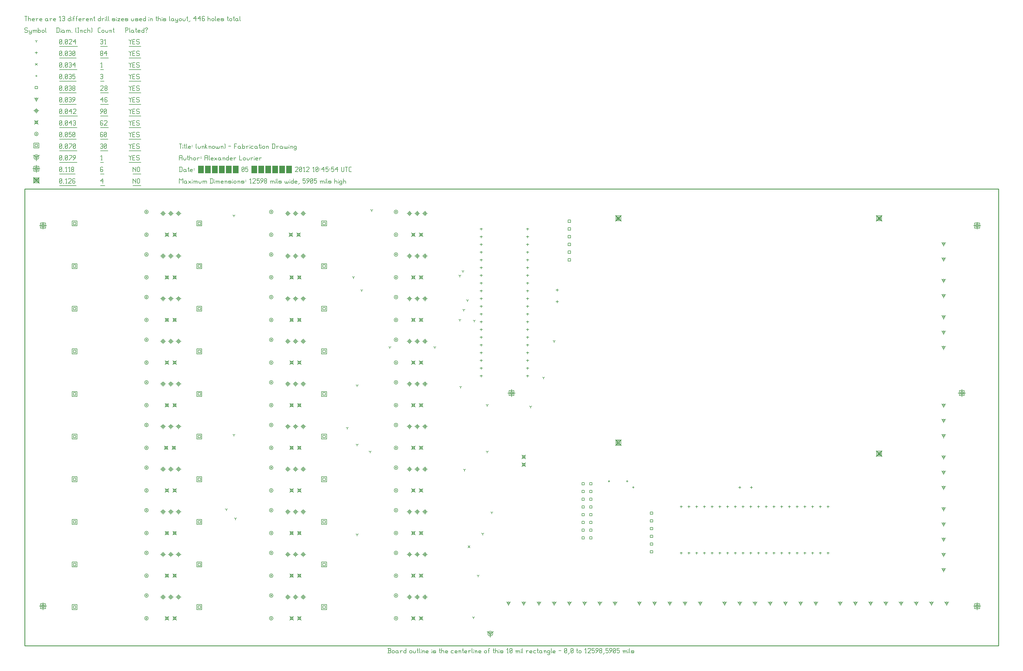
<source format=gbr>
G04 start of page 18 for group -3984 idx -3984 *
G04 Title: (unknown), fab *
G04 Creator: pcb 20091103 *
G04 CreationDate: Чтв 05 Июл 2012 10:45:54 UTC *
G04 For: aml *
G04 Format: Gerber/RS-274X *
G04 PCB-Dimensions: 1259850 590550 *
G04 PCB-Coordinate-Origin: lower left *
%MOIN*%
%FSLAX25Y25*%
%LNFAB*%
%ADD13C,0.0100*%
%ADD20C,0.0200*%
%ADD53R,0.0080X0.0080*%
%ADD54C,0.0060*%
G54D20*G36*
X1101912Y252590D02*X1109677Y244824D01*
X1109112Y244259D01*
X1101346Y252024D01*
X1101912Y252590D01*
G37*
G36*
X1101346Y244824D02*X1109112Y252590D01*
X1109677Y252024D01*
X1101912Y244259D01*
X1101346Y244824D01*
G37*
G54D53*X1103912Y250024D02*X1107112D01*
X1103912D02*Y246824D01*
X1107112D01*
Y250024D02*Y246824D01*
X1102312Y251624D02*X1108712D01*
X1102312D02*Y245224D01*
X1108712D01*
Y251624D02*Y245224D01*
G54D20*G36*
X764510Y556921D02*X772275Y549155D01*
X771710Y548590D01*
X763944Y556355D01*
X764510Y556921D01*
G37*
G36*
X763944Y549155D02*X771710Y556921D01*
X772275Y556355D01*
X764510Y548590D01*
X763944Y549155D01*
G37*
G54D53*X766510Y554355D02*X769710D01*
X766510D02*Y551155D01*
X769710D01*
Y554355D02*Y551155D01*
X764910Y555955D02*X771310D01*
X764910D02*Y549555D01*
X771310D01*
Y555955D02*Y549555D01*
G54D20*G36*
X1101912Y556921D02*X1109677Y549155D01*
X1109112Y548590D01*
X1101346Y556355D01*
X1101912Y556921D01*
G37*
G36*
X1101346Y549155D02*X1109112Y556921D01*
X1109677Y556355D01*
X1101912Y548590D01*
X1101346Y549155D01*
G37*
G54D53*X1103912Y554355D02*X1107112D01*
X1103912D02*Y551155D01*
X1107112D01*
Y554355D02*Y551155D01*
X1102312Y555955D02*X1108712D01*
X1102312D02*Y549555D01*
X1108712D01*
Y555955D02*Y549555D01*
G54D20*G36*
X764510Y266763D02*X772275Y258997D01*
X771710Y258432D01*
X763944Y266197D01*
X764510Y266763D01*
G37*
G36*
X763944Y258997D02*X771710Y266763D01*
X772275Y266197D01*
X764510Y258432D01*
X763944Y258997D01*
G37*
G54D53*X766510Y264197D02*X769710D01*
X766510D02*Y260997D01*
X769710D01*
Y264197D02*Y260997D01*
X764910Y265797D02*X771310D01*
X764910D02*Y259397D01*
X771310D01*
Y265797D02*Y259397D01*
G54D20*G36*
X11400Y605965D02*X19165Y598200D01*
X18600Y597634D01*
X10834Y605400D01*
X11400Y605965D01*
G37*
G36*
X10834Y598200D02*X18600Y605965D01*
X19165Y605400D01*
X11400Y597634D01*
X10834Y598200D01*
G37*
G54D53*X13400Y603400D02*X16600D01*
X13400D02*Y600200D01*
X16600D01*
Y603400D02*Y600200D01*
X11800Y605000D02*X18200D01*
X11800D02*Y598600D01*
X18200D01*
Y605000D02*Y598600D01*
G54D54*X140000Y604050D02*Y598050D01*
Y604050D02*Y603300D01*
X143750Y599550D01*
Y604050D02*Y598050D01*
X145551Y603300D02*Y598800D01*
Y603300D02*X146301Y604050D01*
X147801D01*
X148551Y603300D01*
Y598800D01*
X147801Y598050D02*X148551Y598800D01*
X146301Y598050D02*X147801D01*
X145551Y598800D02*X146301Y598050D01*
X140000Y594799D02*X150353D01*
X98000Y601050D02*X101000Y604050D01*
X98000Y601050D02*X101750D01*
X101000Y604050D02*Y598050D01*
X98000Y594799D02*X103551D01*
X45000Y598800D02*X45750Y598050D01*
X45000Y603300D02*Y598800D01*
Y603300D02*X45750Y604050D01*
X47250D01*
X48000Y603300D01*
Y598800D01*
X47250Y598050D02*X48000Y598800D01*
X45750Y598050D02*X47250D01*
X45000Y599550D02*X48000Y602550D01*
X49801Y598050D02*X50551D01*
X53103D02*X54603D01*
X53853Y604050D02*Y598050D01*
X52353Y602550D02*X53853Y604050D01*
X56404Y603300D02*X57154Y604050D01*
X59404D01*
X60154Y603300D01*
Y601800D01*
X56404Y598050D02*X60154Y601800D01*
X56404Y598050D02*X60154D01*
X64206Y604050D02*X64956Y603300D01*
X62706Y604050D02*X64206D01*
X61956Y603300D02*X62706Y604050D01*
X61956Y603300D02*Y598800D01*
X62706Y598050D01*
X64206Y601050D02*X64956Y600300D01*
X61956Y601050D02*X64206D01*
X62706Y598050D02*X64206D01*
X64956Y598800D01*
Y600300D02*Y598800D01*
X45000Y594799D02*X66757D01*
X23622Y548106D02*Y538506D01*
X18822Y543306D02*X28422D01*
X22022Y544906D02*X25222D01*
X22022D02*Y541706D01*
X25222D01*
Y544906D02*Y541706D01*
X20422Y546506D02*X26822D01*
X20422D02*Y540106D01*
X26822D01*
Y546506D02*Y540106D01*
X1232283Y548106D02*Y538506D01*
X1227483Y543306D02*X1237083D01*
X1230683Y544906D02*X1233883D01*
X1230683D02*Y541706D01*
X1233883D01*
Y544906D02*Y541706D01*
X1229083Y546506D02*X1235483D01*
X1229083D02*Y540106D01*
X1235483D01*
Y546506D02*Y540106D01*
X1232283Y55980D02*Y46380D01*
X1227483Y51180D02*X1237083D01*
X1230683Y52780D02*X1233883D01*
X1230683D02*Y49580D01*
X1233883D01*
Y52780D02*Y49580D01*
X1229083Y54380D02*X1235483D01*
X1229083D02*Y47980D01*
X1235483D01*
Y54380D02*Y47980D01*
X23622Y55980D02*Y46380D01*
X18822Y51180D02*X28422D01*
X22022Y52780D02*X25222D01*
X22022D02*Y49580D01*
X25222D01*
Y52780D02*Y49580D01*
X20422Y54380D02*X26822D01*
X20422D02*Y47980D01*
X26822D01*
Y54380D02*Y47980D01*
X629921Y331570D02*Y321970D01*
X625121Y326770D02*X634721D01*
X628321Y328370D02*X631521D01*
X628321D02*Y325170D01*
X631521D01*
Y328370D02*Y325170D01*
X626721Y329970D02*X633121D01*
X626721D02*Y323570D01*
X633121D01*
Y329970D02*Y323570D01*
X1212598Y331570D02*Y321970D01*
X1207798Y326770D02*X1217398D01*
X1210998Y328370D02*X1214198D01*
X1210998D02*Y325170D01*
X1214198D01*
Y328370D02*Y325170D01*
X1209398Y329970D02*X1215798D01*
X1209398D02*Y323570D01*
X1215798D01*
Y329970D02*Y323570D01*
X15000Y621600D02*Y612000D01*
X10200Y616800D02*X19800D01*
X13400Y618400D02*X16600D01*
X13400D02*Y615200D01*
X16600D01*
Y618400D02*Y615200D01*
X11800Y620000D02*X18200D01*
X11800D02*Y613600D01*
X18200D01*
Y620000D02*Y613600D01*
X140000Y619050D02*Y613050D01*
Y619050D02*Y618300D01*
X143750Y614550D01*
Y619050D02*Y613050D01*
X145551Y618300D02*Y613800D01*
Y618300D02*X146301Y619050D01*
X147801D01*
X148551Y618300D01*
Y613800D01*
X147801Y613050D02*X148551Y613800D01*
X146301Y613050D02*X147801D01*
X145551Y613800D02*X146301Y613050D01*
X140000Y609799D02*X150353D01*
X100250Y619050D02*X101000Y618300D01*
X98750Y619050D02*X100250D01*
X98000Y618300D02*X98750Y619050D01*
X98000Y618300D02*Y613800D01*
X98750Y613050D01*
X100250Y616050D02*X101000Y615300D01*
X98000Y616050D02*X100250D01*
X98750Y613050D02*X100250D01*
X101000Y613800D01*
Y615300D02*Y613800D01*
X98000Y609799D02*X102801D01*
X45000Y613800D02*X45750Y613050D01*
X45000Y618300D02*Y613800D01*
Y618300D02*X45750Y619050D01*
X47250D01*
X48000Y618300D01*
Y613800D01*
X47250Y613050D02*X48000Y613800D01*
X45750Y613050D02*X47250D01*
X45000Y614550D02*X48000Y617550D01*
X49801Y613050D02*X50551D01*
X53103D02*X54603D01*
X53853Y619050D02*Y613050D01*
X52353Y617550D02*X53853Y619050D01*
X57154Y613050D02*X58654D01*
X57904Y619050D02*Y613050D01*
X56404Y617550D02*X57904Y619050D01*
X60456Y613800D02*X61206Y613050D01*
X60456Y615300D02*Y613800D01*
Y615300D02*X61206Y616050D01*
X62706D01*
X63456Y615300D01*
Y613800D01*
X62706Y613050D02*X63456Y613800D01*
X61206Y613050D02*X62706D01*
X60456Y616800D02*X61206Y616050D01*
X60456Y618300D02*Y616800D01*
Y618300D02*X61206Y619050D01*
X62706D01*
X63456Y618300D01*
Y616800D01*
X62706Y616050D02*X63456Y616800D01*
X45000Y609799D02*X65257D01*
X602362Y15747D02*Y10947D01*
Y15747D02*X606522Y18147D01*
X602362Y15747D02*X598202Y18147D01*
X600762Y15747D02*G75*G03X603962Y15747I1600J0D01*G01*
G75*G03X600762Y15747I-1600J0D01*G01*
X599162D02*G75*G03X605562Y15747I3200J0D01*G01*
G75*G03X599162Y15747I-3200J0D01*G01*
X15000Y631800D02*Y627000D01*
Y631800D02*X19160Y634200D01*
X15000Y631800D02*X10840Y634200D01*
X13400Y631800D02*G75*G03X16600Y631800I1600J0D01*G01*
G75*G03X13400Y631800I-1600J0D01*G01*
X11800D02*G75*G03X18200Y631800I3200J0D01*G01*
G75*G03X11800Y631800I-3200J0D01*G01*
X135000Y634050D02*Y633300D01*
X136500Y631800D01*
X138000Y633300D01*
Y634050D02*Y633300D01*
X136500Y631800D02*Y628050D01*
X139801Y631050D02*X142051D01*
X139801Y628050D02*X142801D01*
X139801Y634050D02*Y628050D01*
Y634050D02*X142801D01*
X147603D02*X148353Y633300D01*
X145353Y634050D02*X147603D01*
X144603Y633300D02*X145353Y634050D01*
X144603Y633300D02*Y631800D01*
X145353Y631050D01*
X147603D01*
X148353Y630300D01*
Y628800D01*
X147603Y628050D02*X148353Y628800D01*
X145353Y628050D02*X147603D01*
X144603Y628800D02*X145353Y628050D01*
X135000Y624799D02*X150154D01*
X98750Y628050D02*X100250D01*
X99500Y634050D02*Y628050D01*
X98000Y632550D02*X99500Y634050D01*
X98000Y624799D02*X102051D01*
X45000Y628800D02*X45750Y628050D01*
X45000Y633300D02*Y628800D01*
Y633300D02*X45750Y634050D01*
X47250D01*
X48000Y633300D01*
Y628800D01*
X47250Y628050D02*X48000Y628800D01*
X45750Y628050D02*X47250D01*
X45000Y629550D02*X48000Y632550D01*
X49801Y628050D02*X50551D01*
X52353Y628800D02*X53103Y628050D01*
X52353Y633300D02*Y628800D01*
Y633300D02*X53103Y634050D01*
X54603D01*
X55353Y633300D01*
Y628800D01*
X54603Y628050D02*X55353Y628800D01*
X53103Y628050D02*X54603D01*
X52353Y629550D02*X55353Y632550D01*
X57154Y628050D02*X60904Y631800D01*
Y634050D02*Y631800D01*
X57154Y634050D02*X60904D01*
X62706Y628050D02*X65706Y631050D01*
Y633300D02*Y631050D01*
X64956Y634050D02*X65706Y633300D01*
X63456Y634050D02*X64956D01*
X62706Y633300D02*X63456Y634050D01*
X62706Y633300D02*Y631800D01*
X63456Y631050D01*
X65706D01*
X45000Y624799D02*X67507D01*
X385716Y106650D02*X388916D01*
X385716D02*Y103450D01*
X388916D01*
Y106650D02*Y103450D01*
X384116Y108250D02*X390516D01*
X384116D02*Y101850D01*
X390516D01*
Y108250D02*Y101850D01*
X385716Y437359D02*X388916D01*
X385716D02*Y434159D01*
X388916D01*
Y437359D02*Y434159D01*
X384116Y438959D02*X390516D01*
X384116D02*Y432559D01*
X390516D01*
Y438959D02*Y432559D01*
X385716Y51532D02*X388916D01*
X385716D02*Y48332D01*
X388916D01*
Y51532D02*Y48332D01*
X384116Y53132D02*X390516D01*
X384116D02*Y46732D01*
X390516D01*
Y53132D02*Y46732D01*
X385716Y272004D02*X388916D01*
X385716D02*Y268804D01*
X388916D01*
Y272004D02*Y268804D01*
X384116Y273604D02*X390516D01*
X384116D02*Y267204D01*
X390516D01*
Y273604D02*Y267204D01*
X224298Y492477D02*X227498D01*
X224298D02*Y489277D01*
X227498D01*
Y492477D02*Y489277D01*
X222698Y494077D02*X229098D01*
X222698D02*Y487677D01*
X229098D01*
Y494077D02*Y487677D01*
X224298Y272004D02*X227498D01*
X224298D02*Y268804D01*
X227498D01*
Y272004D02*Y268804D01*
X222698Y273604D02*X229098D01*
X222698D02*Y267204D01*
X229098D01*
Y273604D02*Y267204D01*
X224298Y161768D02*X227498D01*
X224298D02*Y158568D01*
X227498D01*
Y161768D02*Y158568D01*
X222698Y163368D02*X229098D01*
X222698D02*Y156968D01*
X229098D01*
Y163368D02*Y156968D01*
X224298Y106650D02*X227498D01*
X224298D02*Y103450D01*
X227498D01*
Y106650D02*Y103450D01*
X222698Y108250D02*X229098D01*
X222698D02*Y101850D01*
X229098D01*
Y108250D02*Y101850D01*
X224298Y51532D02*X227498D01*
X224298D02*Y48332D01*
X227498D01*
Y51532D02*Y48332D01*
X222698Y53132D02*X229098D01*
X222698D02*Y46732D01*
X229098D01*
Y53132D02*Y46732D01*
X224298Y216886D02*X227498D01*
X224298D02*Y213686D01*
X227498D01*
Y216886D02*Y213686D01*
X222698Y218486D02*X229098D01*
X222698D02*Y212086D01*
X229098D01*
Y218486D02*Y212086D01*
X224298Y547595D02*X227498D01*
X224298D02*Y544395D01*
X227498D01*
Y547595D02*Y544395D01*
X222698Y549195D02*X229098D01*
X222698D02*Y542795D01*
X229098D01*
Y549195D02*Y542795D01*
X385716Y547595D02*X388916D01*
X385716D02*Y544395D01*
X388916D01*
Y547595D02*Y544395D01*
X384116Y549195D02*X390516D01*
X384116D02*Y542795D01*
X390516D01*
Y549195D02*Y542795D01*
X385716Y492477D02*X388916D01*
X385716D02*Y489277D01*
X388916D01*
Y492477D02*Y489277D01*
X384116Y494077D02*X390516D01*
X384116D02*Y487677D01*
X390516D01*
Y494077D02*Y487677D01*
X385716Y382241D02*X388916D01*
X385716D02*Y379041D01*
X388916D01*
Y382241D02*Y379041D01*
X384116Y383841D02*X390516D01*
X384116D02*Y377441D01*
X390516D01*
Y383841D02*Y377441D01*
X385716Y327122D02*X388916D01*
X385716D02*Y323922D01*
X388916D01*
Y327122D02*Y323922D01*
X384116Y328722D02*X390516D01*
X384116D02*Y322322D01*
X390516D01*
Y328722D02*Y322322D01*
X385716Y216886D02*X388916D01*
X385716D02*Y213686D01*
X388916D01*
Y216886D02*Y213686D01*
X384116Y218486D02*X390516D01*
X384116D02*Y212086D01*
X390516D01*
Y218486D02*Y212086D01*
X385716Y161768D02*X388916D01*
X385716D02*Y158568D01*
X388916D01*
Y161768D02*Y158568D01*
X384116Y163368D02*X390516D01*
X384116D02*Y156968D01*
X390516D01*
Y163368D02*Y156968D01*
X224298Y437359D02*X227498D01*
X224298D02*Y434159D01*
X227498D01*
Y437359D02*Y434159D01*
X222698Y438959D02*X229098D01*
X222698D02*Y432559D01*
X229098D01*
Y438959D02*Y432559D01*
X224298Y382241D02*X227498D01*
X224298D02*Y379041D01*
X227498D01*
Y382241D02*Y379041D01*
X222698Y383841D02*X229098D01*
X222698D02*Y377441D01*
X229098D01*
Y383841D02*Y377441D01*
X224298Y327122D02*X227498D01*
X224298D02*Y323922D01*
X227498D01*
Y327122D02*Y323922D01*
X222698Y328722D02*X229098D01*
X222698D02*Y322322D01*
X229098D01*
Y328722D02*Y322322D01*
X62880Y547595D02*X66080D01*
X62880D02*Y544395D01*
X66080D01*
Y547595D02*Y544395D01*
X61280Y549195D02*X67680D01*
X61280D02*Y542795D01*
X67680D01*
Y549195D02*Y542795D01*
X62880Y327122D02*X66080D01*
X62880D02*Y323922D01*
X66080D01*
Y327122D02*Y323922D01*
X61280Y328722D02*X67680D01*
X61280D02*Y322322D01*
X67680D01*
Y328722D02*Y322322D01*
X62880Y272004D02*X66080D01*
X62880D02*Y268804D01*
X66080D01*
Y272004D02*Y268804D01*
X61280Y273604D02*X67680D01*
X61280D02*Y267204D01*
X67680D01*
Y273604D02*Y267204D01*
X62880Y51532D02*X66080D01*
X62880D02*Y48332D01*
X66080D01*
Y51532D02*Y48332D01*
X61280Y53132D02*X67680D01*
X61280D02*Y46732D01*
X67680D01*
Y53132D02*Y46732D01*
X62880Y382241D02*X66080D01*
X62880D02*Y379041D01*
X66080D01*
Y382241D02*Y379041D01*
X61280Y383841D02*X67680D01*
X61280D02*Y377441D01*
X67680D01*
Y383841D02*Y377441D01*
X62880Y216886D02*X66080D01*
X62880D02*Y213686D01*
X66080D01*
Y216886D02*Y213686D01*
X61280Y218486D02*X67680D01*
X61280D02*Y212086D01*
X67680D01*
Y218486D02*Y212086D01*
X62880Y161768D02*X66080D01*
X62880D02*Y158568D01*
X66080D01*
Y161768D02*Y158568D01*
X61280Y163368D02*X67680D01*
X61280D02*Y156968D01*
X67680D01*
Y163368D02*Y156968D01*
X62880Y106650D02*X66080D01*
X62880D02*Y103450D01*
X66080D01*
Y106650D02*Y103450D01*
X61280Y108250D02*X67680D01*
X61280D02*Y101850D01*
X67680D01*
Y108250D02*Y101850D01*
X62880Y437359D02*X66080D01*
X62880D02*Y434159D01*
X66080D01*
Y437359D02*Y434159D01*
X61280Y438959D02*X67680D01*
X61280D02*Y432559D01*
X67680D01*
Y438959D02*Y432559D01*
X62880Y492477D02*X66080D01*
X62880D02*Y489277D01*
X66080D01*
Y492477D02*Y489277D01*
X61280Y494077D02*X67680D01*
X61280D02*Y487677D01*
X67680D01*
Y494077D02*Y487677D01*
X13400Y648400D02*X16600D01*
X13400D02*Y645200D01*
X16600D01*
Y648400D02*Y645200D01*
X11800Y650000D02*X18200D01*
X11800D02*Y643600D01*
X18200D01*
Y650000D02*Y643600D01*
X135000Y649050D02*Y648300D01*
X136500Y646800D01*
X138000Y648300D01*
Y649050D02*Y648300D01*
X136500Y646800D02*Y643050D01*
X139801Y646050D02*X142051D01*
X139801Y643050D02*X142801D01*
X139801Y649050D02*Y643050D01*
Y649050D02*X142801D01*
X147603D02*X148353Y648300D01*
X145353Y649050D02*X147603D01*
X144603Y648300D02*X145353Y649050D01*
X144603Y648300D02*Y646800D01*
X145353Y646050D01*
X147603D01*
X148353Y645300D01*
Y643800D01*
X147603Y643050D02*X148353Y643800D01*
X145353Y643050D02*X147603D01*
X144603Y643800D02*X145353Y643050D01*
X135000Y639799D02*X150154D01*
X98000Y648300D02*X98750Y649050D01*
X100250D01*
X101000Y648300D01*
Y643800D01*
X100250Y643050D02*X101000Y643800D01*
X98750Y643050D02*X100250D01*
X98000Y643800D02*X98750Y643050D01*
Y646050D02*X101000D01*
X102801Y643800D02*X103551Y643050D01*
X102801Y648300D02*Y643800D01*
Y648300D02*X103551Y649050D01*
X105051D01*
X105801Y648300D01*
Y643800D01*
X105051Y643050D02*X105801Y643800D01*
X103551Y643050D02*X105051D01*
X102801Y644550D02*X105801Y647550D01*
X98000Y639799D02*X107603D01*
X45000Y643800D02*X45750Y643050D01*
X45000Y648300D02*Y643800D01*
Y648300D02*X45750Y649050D01*
X47250D01*
X48000Y648300D01*
Y643800D01*
X47250Y643050D02*X48000Y643800D01*
X45750Y643050D02*X47250D01*
X45000Y644550D02*X48000Y647550D01*
X49801Y643050D02*X50551D01*
X52353Y643800D02*X53103Y643050D01*
X52353Y648300D02*Y643800D01*
Y648300D02*X53103Y649050D01*
X54603D01*
X55353Y648300D01*
Y643800D01*
X54603Y643050D02*X55353Y643800D01*
X53103Y643050D02*X54603D01*
X52353Y644550D02*X55353Y647550D01*
X57154Y643050D02*X60904Y646800D01*
Y649050D02*Y646800D01*
X57154Y649050D02*X60904D01*
X62706Y643800D02*X63456Y643050D01*
X62706Y648300D02*Y643800D01*
Y648300D02*X63456Y649050D01*
X64956D01*
X65706Y648300D01*
Y643800D01*
X64956Y643050D02*X65706Y643800D01*
X63456Y643050D02*X64956D01*
X62706Y644550D02*X65706Y647550D01*
X45000Y639799D02*X67507D01*
X479516Y120050D02*G75*G03X481116Y120050I800J0D01*G01*
G75*G03X479516Y120050I-800J0D01*G01*
X477916D02*G75*G03X482716Y120050I2400J0D01*G01*
G75*G03X477916Y120050I-2400J0D01*G01*
X479516Y90550D02*G75*G03X481116Y90550I800J0D01*G01*
G75*G03X479516Y90550I-800J0D01*G01*
X477916D02*G75*G03X482716Y90550I2400J0D01*G01*
G75*G03X477916Y90550I-2400J0D01*G01*
X479516Y450759D02*G75*G03X481116Y450759I800J0D01*G01*
G75*G03X479516Y450759I-800J0D01*G01*
X477916D02*G75*G03X482716Y450759I2400J0D01*G01*
G75*G03X477916Y450759I-2400J0D01*G01*
X479516Y421259D02*G75*G03X481116Y421259I800J0D01*G01*
G75*G03X479516Y421259I-800J0D01*G01*
X477916D02*G75*G03X482716Y421259I2400J0D01*G01*
G75*G03X477916Y421259I-2400J0D01*G01*
X479516Y64932D02*G75*G03X481116Y64932I800J0D01*G01*
G75*G03X479516Y64932I-800J0D01*G01*
X477916D02*G75*G03X482716Y64932I2400J0D01*G01*
G75*G03X477916Y64932I-2400J0D01*G01*
X479516Y35432D02*G75*G03X481116Y35432I800J0D01*G01*
G75*G03X479516Y35432I-800J0D01*G01*
X477916D02*G75*G03X482716Y35432I2400J0D01*G01*
G75*G03X477916Y35432I-2400J0D01*G01*
X479516Y285404D02*G75*G03X481116Y285404I800J0D01*G01*
G75*G03X479516Y285404I-800J0D01*G01*
X477916D02*G75*G03X482716Y285404I2400J0D01*G01*
G75*G03X477916Y285404I-2400J0D01*G01*
X479516Y255904D02*G75*G03X481116Y255904I800J0D01*G01*
G75*G03X479516Y255904I-800J0D01*G01*
X477916D02*G75*G03X482716Y255904I2400J0D01*G01*
G75*G03X477916Y255904I-2400J0D01*G01*
X318098Y505877D02*G75*G03X319698Y505877I800J0D01*G01*
G75*G03X318098Y505877I-800J0D01*G01*
X316498D02*G75*G03X321298Y505877I2400J0D01*G01*
G75*G03X316498Y505877I-2400J0D01*G01*
X318098Y476377D02*G75*G03X319698Y476377I800J0D01*G01*
G75*G03X318098Y476377I-800J0D01*G01*
X316498D02*G75*G03X321298Y476377I2400J0D01*G01*
G75*G03X316498Y476377I-2400J0D01*G01*
X318098Y285404D02*G75*G03X319698Y285404I800J0D01*G01*
G75*G03X318098Y285404I-800J0D01*G01*
X316498D02*G75*G03X321298Y285404I2400J0D01*G01*
G75*G03X316498Y285404I-2400J0D01*G01*
X318098Y255904D02*G75*G03X319698Y255904I800J0D01*G01*
G75*G03X318098Y255904I-800J0D01*G01*
X316498D02*G75*G03X321298Y255904I2400J0D01*G01*
G75*G03X316498Y255904I-2400J0D01*G01*
X318098Y175168D02*G75*G03X319698Y175168I800J0D01*G01*
G75*G03X318098Y175168I-800J0D01*G01*
X316498D02*G75*G03X321298Y175168I2400J0D01*G01*
G75*G03X316498Y175168I-2400J0D01*G01*
X318098Y145668D02*G75*G03X319698Y145668I800J0D01*G01*
G75*G03X318098Y145668I-800J0D01*G01*
X316498D02*G75*G03X321298Y145668I2400J0D01*G01*
G75*G03X316498Y145668I-2400J0D01*G01*
X318098Y120050D02*G75*G03X319698Y120050I800J0D01*G01*
G75*G03X318098Y120050I-800J0D01*G01*
X316498D02*G75*G03X321298Y120050I2400J0D01*G01*
G75*G03X316498Y120050I-2400J0D01*G01*
X318098Y90550D02*G75*G03X319698Y90550I800J0D01*G01*
G75*G03X318098Y90550I-800J0D01*G01*
X316498D02*G75*G03X321298Y90550I2400J0D01*G01*
G75*G03X316498Y90550I-2400J0D01*G01*
X318098Y64932D02*G75*G03X319698Y64932I800J0D01*G01*
G75*G03X318098Y64932I-800J0D01*G01*
X316498D02*G75*G03X321298Y64932I2400J0D01*G01*
G75*G03X316498Y64932I-2400J0D01*G01*
X318098Y35432D02*G75*G03X319698Y35432I800J0D01*G01*
G75*G03X318098Y35432I-800J0D01*G01*
X316498D02*G75*G03X321298Y35432I2400J0D01*G01*
G75*G03X316498Y35432I-2400J0D01*G01*
X318098Y230286D02*G75*G03X319698Y230286I800J0D01*G01*
G75*G03X318098Y230286I-800J0D01*G01*
X316498D02*G75*G03X321298Y230286I2400J0D01*G01*
G75*G03X316498Y230286I-2400J0D01*G01*
X318098Y200786D02*G75*G03X319698Y200786I800J0D01*G01*
G75*G03X318098Y200786I-800J0D01*G01*
X316498D02*G75*G03X321298Y200786I2400J0D01*G01*
G75*G03X316498Y200786I-2400J0D01*G01*
X318098Y560995D02*G75*G03X319698Y560995I800J0D01*G01*
G75*G03X318098Y560995I-800J0D01*G01*
X316498D02*G75*G03X321298Y560995I2400J0D01*G01*
G75*G03X316498Y560995I-2400J0D01*G01*
X318098Y531495D02*G75*G03X319698Y531495I800J0D01*G01*
G75*G03X318098Y531495I-800J0D01*G01*
X316498D02*G75*G03X321298Y531495I2400J0D01*G01*
G75*G03X316498Y531495I-2400J0D01*G01*
X479516Y560995D02*G75*G03X481116Y560995I800J0D01*G01*
G75*G03X479516Y560995I-800J0D01*G01*
X477916D02*G75*G03X482716Y560995I2400J0D01*G01*
G75*G03X477916Y560995I-2400J0D01*G01*
X479516Y531495D02*G75*G03X481116Y531495I800J0D01*G01*
G75*G03X479516Y531495I-800J0D01*G01*
X477916D02*G75*G03X482716Y531495I2400J0D01*G01*
G75*G03X477916Y531495I-2400J0D01*G01*
X479516Y505877D02*G75*G03X481116Y505877I800J0D01*G01*
G75*G03X479516Y505877I-800J0D01*G01*
X477916D02*G75*G03X482716Y505877I2400J0D01*G01*
G75*G03X477916Y505877I-2400J0D01*G01*
X479516Y476377D02*G75*G03X481116Y476377I800J0D01*G01*
G75*G03X479516Y476377I-800J0D01*G01*
X477916D02*G75*G03X482716Y476377I2400J0D01*G01*
G75*G03X477916Y476377I-2400J0D01*G01*
X479516Y395641D02*G75*G03X481116Y395641I800J0D01*G01*
G75*G03X479516Y395641I-800J0D01*G01*
X477916D02*G75*G03X482716Y395641I2400J0D01*G01*
G75*G03X477916Y395641I-2400J0D01*G01*
X479516Y366141D02*G75*G03X481116Y366141I800J0D01*G01*
G75*G03X479516Y366141I-800J0D01*G01*
X477916D02*G75*G03X482716Y366141I2400J0D01*G01*
G75*G03X477916Y366141I-2400J0D01*G01*
X479516Y340522D02*G75*G03X481116Y340522I800J0D01*G01*
G75*G03X479516Y340522I-800J0D01*G01*
X477916D02*G75*G03X482716Y340522I2400J0D01*G01*
G75*G03X477916Y340522I-2400J0D01*G01*
X479516Y311022D02*G75*G03X481116Y311022I800J0D01*G01*
G75*G03X479516Y311022I-800J0D01*G01*
X477916D02*G75*G03X482716Y311022I2400J0D01*G01*
G75*G03X477916Y311022I-2400J0D01*G01*
X479516Y230286D02*G75*G03X481116Y230286I800J0D01*G01*
G75*G03X479516Y230286I-800J0D01*G01*
X477916D02*G75*G03X482716Y230286I2400J0D01*G01*
G75*G03X477916Y230286I-2400J0D01*G01*
X479516Y200786D02*G75*G03X481116Y200786I800J0D01*G01*
G75*G03X479516Y200786I-800J0D01*G01*
X477916D02*G75*G03X482716Y200786I2400J0D01*G01*
G75*G03X477916Y200786I-2400J0D01*G01*
X479516Y175168D02*G75*G03X481116Y175168I800J0D01*G01*
G75*G03X479516Y175168I-800J0D01*G01*
X477916D02*G75*G03X482716Y175168I2400J0D01*G01*
G75*G03X477916Y175168I-2400J0D01*G01*
X479516Y145668D02*G75*G03X481116Y145668I800J0D01*G01*
G75*G03X479516Y145668I-800J0D01*G01*
X477916D02*G75*G03X482716Y145668I2400J0D01*G01*
G75*G03X477916Y145668I-2400J0D01*G01*
X318098Y450759D02*G75*G03X319698Y450759I800J0D01*G01*
G75*G03X318098Y450759I-800J0D01*G01*
X316498D02*G75*G03X321298Y450759I2400J0D01*G01*
G75*G03X316498Y450759I-2400J0D01*G01*
X318098Y421259D02*G75*G03X319698Y421259I800J0D01*G01*
G75*G03X318098Y421259I-800J0D01*G01*
X316498D02*G75*G03X321298Y421259I2400J0D01*G01*
G75*G03X316498Y421259I-2400J0D01*G01*
X318098Y395641D02*G75*G03X319698Y395641I800J0D01*G01*
G75*G03X318098Y395641I-800J0D01*G01*
X316498D02*G75*G03X321298Y395641I2400J0D01*G01*
G75*G03X316498Y395641I-2400J0D01*G01*
X318098Y366141D02*G75*G03X319698Y366141I800J0D01*G01*
G75*G03X318098Y366141I-800J0D01*G01*
X316498D02*G75*G03X321298Y366141I2400J0D01*G01*
G75*G03X316498Y366141I-2400J0D01*G01*
X318098Y340522D02*G75*G03X319698Y340522I800J0D01*G01*
G75*G03X318098Y340522I-800J0D01*G01*
X316498D02*G75*G03X321298Y340522I2400J0D01*G01*
G75*G03X316498Y340522I-2400J0D01*G01*
X318098Y311022D02*G75*G03X319698Y311022I800J0D01*G01*
G75*G03X318098Y311022I-800J0D01*G01*
X316498D02*G75*G03X321298Y311022I2400J0D01*G01*
G75*G03X316498Y311022I-2400J0D01*G01*
X156680Y560995D02*G75*G03X158280Y560995I800J0D01*G01*
G75*G03X156680Y560995I-800J0D01*G01*
X155080D02*G75*G03X159880Y560995I2400J0D01*G01*
G75*G03X155080Y560995I-2400J0D01*G01*
X156680Y531495D02*G75*G03X158280Y531495I800J0D01*G01*
G75*G03X156680Y531495I-800J0D01*G01*
X155080D02*G75*G03X159880Y531495I2400J0D01*G01*
G75*G03X155080Y531495I-2400J0D01*G01*
X156680Y340522D02*G75*G03X158280Y340522I800J0D01*G01*
G75*G03X156680Y340522I-800J0D01*G01*
X155080D02*G75*G03X159880Y340522I2400J0D01*G01*
G75*G03X155080Y340522I-2400J0D01*G01*
X156680Y311022D02*G75*G03X158280Y311022I800J0D01*G01*
G75*G03X156680Y311022I-800J0D01*G01*
X155080D02*G75*G03X159880Y311022I2400J0D01*G01*
G75*G03X155080Y311022I-2400J0D01*G01*
X156680Y285404D02*G75*G03X158280Y285404I800J0D01*G01*
G75*G03X156680Y285404I-800J0D01*G01*
X155080D02*G75*G03X159880Y285404I2400J0D01*G01*
G75*G03X155080Y285404I-2400J0D01*G01*
X156680Y255904D02*G75*G03X158280Y255904I800J0D01*G01*
G75*G03X156680Y255904I-800J0D01*G01*
X155080D02*G75*G03X159880Y255904I2400J0D01*G01*
G75*G03X155080Y255904I-2400J0D01*G01*
X156680Y64932D02*G75*G03X158280Y64932I800J0D01*G01*
G75*G03X156680Y64932I-800J0D01*G01*
X155080D02*G75*G03X159880Y64932I2400J0D01*G01*
G75*G03X155080Y64932I-2400J0D01*G01*
X156680Y35432D02*G75*G03X158280Y35432I800J0D01*G01*
G75*G03X156680Y35432I-800J0D01*G01*
X155080D02*G75*G03X159880Y35432I2400J0D01*G01*
G75*G03X155080Y35432I-2400J0D01*G01*
X156680Y395641D02*G75*G03X158280Y395641I800J0D01*G01*
G75*G03X156680Y395641I-800J0D01*G01*
X155080D02*G75*G03X159880Y395641I2400J0D01*G01*
G75*G03X155080Y395641I-2400J0D01*G01*
X156680Y366141D02*G75*G03X158280Y366141I800J0D01*G01*
G75*G03X156680Y366141I-800J0D01*G01*
X155080D02*G75*G03X159880Y366141I2400J0D01*G01*
G75*G03X155080Y366141I-2400J0D01*G01*
X156680Y230286D02*G75*G03X158280Y230286I800J0D01*G01*
G75*G03X156680Y230286I-800J0D01*G01*
X155080D02*G75*G03X159880Y230286I2400J0D01*G01*
G75*G03X155080Y230286I-2400J0D01*G01*
X156680Y200786D02*G75*G03X158280Y200786I800J0D01*G01*
G75*G03X156680Y200786I-800J0D01*G01*
X155080D02*G75*G03X159880Y200786I2400J0D01*G01*
G75*G03X155080Y200786I-2400J0D01*G01*
X156680Y175168D02*G75*G03X158280Y175168I800J0D01*G01*
G75*G03X156680Y175168I-800J0D01*G01*
X155080D02*G75*G03X159880Y175168I2400J0D01*G01*
G75*G03X155080Y175168I-2400J0D01*G01*
X156680Y145668D02*G75*G03X158280Y145668I800J0D01*G01*
G75*G03X156680Y145668I-800J0D01*G01*
X155080D02*G75*G03X159880Y145668I2400J0D01*G01*
G75*G03X155080Y145668I-2400J0D01*G01*
X156680Y120050D02*G75*G03X158280Y120050I800J0D01*G01*
G75*G03X156680Y120050I-800J0D01*G01*
X155080D02*G75*G03X159880Y120050I2400J0D01*G01*
G75*G03X155080Y120050I-2400J0D01*G01*
X156680Y90550D02*G75*G03X158280Y90550I800J0D01*G01*
G75*G03X156680Y90550I-800J0D01*G01*
X155080D02*G75*G03X159880Y90550I2400J0D01*G01*
G75*G03X155080Y90550I-2400J0D01*G01*
X156680Y450759D02*G75*G03X158280Y450759I800J0D01*G01*
G75*G03X156680Y450759I-800J0D01*G01*
X155080D02*G75*G03X159880Y450759I2400J0D01*G01*
G75*G03X155080Y450759I-2400J0D01*G01*
X156680Y421259D02*G75*G03X158280Y421259I800J0D01*G01*
G75*G03X156680Y421259I-800J0D01*G01*
X155080D02*G75*G03X159880Y421259I2400J0D01*G01*
G75*G03X155080Y421259I-2400J0D01*G01*
X156680Y505877D02*G75*G03X158280Y505877I800J0D01*G01*
G75*G03X156680Y505877I-800J0D01*G01*
X155080D02*G75*G03X159880Y505877I2400J0D01*G01*
G75*G03X155080Y505877I-2400J0D01*G01*
X156680Y476377D02*G75*G03X158280Y476377I800J0D01*G01*
G75*G03X156680Y476377I-800J0D01*G01*
X155080D02*G75*G03X159880Y476377I2400J0D01*G01*
G75*G03X155080Y476377I-2400J0D01*G01*
X14200Y661800D02*G75*G03X15800Y661800I800J0D01*G01*
G75*G03X14200Y661800I-800J0D01*G01*
X12600D02*G75*G03X17400Y661800I2400J0D01*G01*
G75*G03X12600Y661800I-2400J0D01*G01*
X135000Y664050D02*Y663300D01*
X136500Y661800D01*
X138000Y663300D01*
Y664050D02*Y663300D01*
X136500Y661800D02*Y658050D01*
X139801Y661050D02*X142051D01*
X139801Y658050D02*X142801D01*
X139801Y664050D02*Y658050D01*
Y664050D02*X142801D01*
X147603D02*X148353Y663300D01*
X145353Y664050D02*X147603D01*
X144603Y663300D02*X145353Y664050D01*
X144603Y663300D02*Y661800D01*
X145353Y661050D01*
X147603D01*
X148353Y660300D01*
Y658800D01*
X147603Y658050D02*X148353Y658800D01*
X145353Y658050D02*X147603D01*
X144603Y658800D02*X145353Y658050D01*
X135000Y654799D02*X150154D01*
X100250Y664050D02*X101000Y663300D01*
X98750Y664050D02*X100250D01*
X98000Y663300D02*X98750Y664050D01*
X98000Y663300D02*Y658800D01*
X98750Y658050D01*
X100250Y661050D02*X101000Y660300D01*
X98000Y661050D02*X100250D01*
X98750Y658050D02*X100250D01*
X101000Y658800D01*
Y660300D02*Y658800D01*
X102801D02*X103551Y658050D01*
X102801Y663300D02*Y658800D01*
Y663300D02*X103551Y664050D01*
X105051D01*
X105801Y663300D01*
Y658800D01*
X105051Y658050D02*X105801Y658800D01*
X103551Y658050D02*X105051D01*
X102801Y659550D02*X105801Y662550D01*
X98000Y654799D02*X107603D01*
X45000Y658800D02*X45750Y658050D01*
X45000Y663300D02*Y658800D01*
Y663300D02*X45750Y664050D01*
X47250D01*
X48000Y663300D01*
Y658800D01*
X47250Y658050D02*X48000Y658800D01*
X45750Y658050D02*X47250D01*
X45000Y659550D02*X48000Y662550D01*
X49801Y658050D02*X50551D01*
X52353Y658800D02*X53103Y658050D01*
X52353Y663300D02*Y658800D01*
Y663300D02*X53103Y664050D01*
X54603D01*
X55353Y663300D01*
Y658800D01*
X54603Y658050D02*X55353Y658800D01*
X53103Y658050D02*X54603D01*
X52353Y659550D02*X55353Y662550D01*
X57154Y664050D02*X60154D01*
X57154D02*Y661050D01*
X57904Y661800D01*
X59404D01*
X60154Y661050D01*
Y658800D01*
X59404Y658050D02*X60154Y658800D01*
X57904Y658050D02*X59404D01*
X57154Y658800D02*X57904Y658050D01*
X61956Y658800D02*X62706Y658050D01*
X61956Y663300D02*Y658800D01*
Y663300D02*X62706Y664050D01*
X64206D01*
X64956Y663300D01*
Y658800D01*
X64206Y658050D02*X64956Y658800D01*
X62706Y658050D02*X64206D01*
X61956Y659550D02*X64956Y662550D01*
X45000Y654799D02*X66757D01*
X643269Y246493D02*X648069Y241693D01*
X643269D02*X648069Y246493D01*
X644069Y245693D02*X647269D01*
X644069D02*Y242493D01*
X647269D01*
Y245693D02*Y242493D01*
X643269Y236493D02*X648069Y231693D01*
X643269D02*X648069Y236493D01*
X644069Y235693D02*X647269D01*
X644069D02*Y232493D01*
X647269D01*
Y235693D02*Y232493D01*
X500474Y368541D02*X505274Y363741D01*
X500474D02*X505274Y368541D01*
X501274Y367741D02*X504474D01*
X501274D02*Y364541D01*
X504474D01*
Y367741D02*Y364541D01*
X510474Y368541D02*X515274Y363741D01*
X510474D02*X515274Y368541D01*
X511274Y367741D02*X514474D01*
X511274D02*Y364541D01*
X514474D01*
Y367741D02*Y364541D01*
X500474Y37832D02*X505274Y33032D01*
X500474D02*X505274Y37832D01*
X501274Y37032D02*X504474D01*
X501274D02*Y33832D01*
X504474D01*
Y37032D02*Y33832D01*
X510474Y37832D02*X515274Y33032D01*
X510474D02*X515274Y37832D01*
X511274Y37032D02*X514474D01*
X511274D02*Y33832D01*
X514474D01*
Y37032D02*Y33832D01*
X181576Y313422D02*X186376Y308622D01*
X181576D02*X186376Y313422D01*
X182376Y312622D02*X185576D01*
X182376D02*Y309422D01*
X185576D01*
Y312622D02*Y309422D01*
X191576Y313422D02*X196376Y308622D01*
X191576D02*X196376Y313422D01*
X192376Y312622D02*X195576D01*
X192376D02*Y309422D01*
X195576D01*
Y312622D02*Y309422D01*
X341931Y533895D02*X346731Y529095D01*
X341931D02*X346731Y533895D01*
X342731Y533095D02*X345931D01*
X342731D02*Y529895D01*
X345931D01*
Y533095D02*Y529895D01*
X351931Y533895D02*X356731Y529095D01*
X351931D02*X356731Y533895D01*
X352731Y533095D02*X355931D01*
X352731D02*Y529895D01*
X355931D01*
Y533095D02*Y529895D01*
X181576Y533895D02*X186376Y529095D01*
X181576D02*X186376Y533895D01*
X182376Y533095D02*X185576D01*
X182376D02*Y529895D01*
X185576D01*
Y533095D02*Y529895D01*
X191576Y533895D02*X196376Y529095D01*
X191576D02*X196376Y533895D01*
X192376Y533095D02*X195576D01*
X192376D02*Y529895D01*
X195576D01*
Y533095D02*Y529895D01*
X181576Y203186D02*X186376Y198386D01*
X181576D02*X186376Y203186D01*
X182376Y202386D02*X185576D01*
X182376D02*Y199186D01*
X185576D01*
Y202386D02*Y199186D01*
X191576Y203186D02*X196376Y198386D01*
X191576D02*X196376Y203186D01*
X192376Y202386D02*X195576D01*
X192376D02*Y199186D01*
X195576D01*
Y202386D02*Y199186D01*
X181576Y92950D02*X186376Y88150D01*
X181576D02*X186376Y92950D01*
X182376Y92150D02*X185576D01*
X182376D02*Y88950D01*
X185576D01*
Y92150D02*Y88950D01*
X191576Y92950D02*X196376Y88150D01*
X191576D02*X196376Y92950D01*
X192376Y92150D02*X195576D01*
X192376D02*Y88950D01*
X195576D01*
Y92150D02*Y88950D01*
X342994Y148068D02*X347794Y143268D01*
X342994D02*X347794Y148068D01*
X343794Y147268D02*X346994D01*
X343794D02*Y144068D01*
X346994D01*
Y147268D02*Y144068D01*
X352994Y148068D02*X357794Y143268D01*
X352994D02*X357794Y148068D01*
X353794Y147268D02*X356994D01*
X353794D02*Y144068D01*
X356994D01*
Y147268D02*Y144068D01*
X342994Y92950D02*X347794Y88150D01*
X342994D02*X347794Y92950D01*
X343794Y92150D02*X346994D01*
X343794D02*Y88950D01*
X346994D01*
Y92150D02*Y88950D01*
X352994Y92950D02*X357794Y88150D01*
X352994D02*X357794Y92950D01*
X353794Y92150D02*X356994D01*
X353794D02*Y88950D01*
X356994D01*
Y92150D02*Y88950D01*
X342994Y37832D02*X347794Y33032D01*
X342994D02*X347794Y37832D01*
X343794Y37032D02*X346994D01*
X343794D02*Y33832D01*
X346994D01*
Y37032D02*Y33832D01*
X352994Y37832D02*X357794Y33032D01*
X352994D02*X357794Y37832D01*
X353794Y37032D02*X356994D01*
X353794D02*Y33832D01*
X356994D01*
Y37032D02*Y33832D01*
X181576Y148068D02*X186376Y143268D01*
X181576D02*X186376Y148068D01*
X182376Y147268D02*X185576D01*
X182376D02*Y144068D01*
X185576D01*
Y147268D02*Y144068D01*
X191576Y148068D02*X196376Y143268D01*
X191576D02*X196376Y148068D01*
X192376Y147268D02*X195576D01*
X192376D02*Y144068D01*
X195576D01*
Y147268D02*Y144068D01*
X180513Y258304D02*X185313Y253504D01*
X180513D02*X185313Y258304D01*
X181313Y257504D02*X184513D01*
X181313D02*Y254304D01*
X184513D01*
Y257504D02*Y254304D01*
X190513Y258304D02*X195313Y253504D01*
X190513D02*X195313Y258304D01*
X191313Y257504D02*X194513D01*
X191313D02*Y254304D01*
X194513D01*
Y257504D02*Y254304D01*
X181576Y478777D02*X186376Y473977D01*
X181576D02*X186376Y478777D01*
X182376Y477977D02*X185576D01*
X182376D02*Y474777D01*
X185576D01*
Y477977D02*Y474777D01*
X191576Y478777D02*X196376Y473977D01*
X191576D02*X196376Y478777D01*
X192376Y477977D02*X195576D01*
X192376D02*Y474777D01*
X195576D01*
Y477977D02*Y474777D01*
X181576Y423659D02*X186376Y418859D01*
X181576D02*X186376Y423659D01*
X182376Y422859D02*X185576D01*
X182376D02*Y419659D01*
X185576D01*
Y422859D02*Y419659D01*
X191576Y423659D02*X196376Y418859D01*
X191576D02*X196376Y423659D01*
X192376Y422859D02*X195576D01*
X192376D02*Y419659D01*
X195576D01*
Y422859D02*Y419659D01*
X181576Y368541D02*X186376Y363741D01*
X181576D02*X186376Y368541D01*
X182376Y367741D02*X185576D01*
X182376D02*Y364541D01*
X185576D01*
Y367741D02*Y364541D01*
X191576Y368541D02*X196376Y363741D01*
X191576D02*X196376Y368541D01*
X192376Y367741D02*X195576D01*
X192376D02*Y364541D01*
X195576D01*
Y367741D02*Y364541D01*
X181576Y37832D02*X186376Y33032D01*
X181576D02*X186376Y37832D01*
X182376Y37032D02*X185576D01*
X182376D02*Y33832D01*
X185576D01*
Y37032D02*Y33832D01*
X191576Y37832D02*X196376Y33032D01*
X191576D02*X196376Y37832D01*
X192376Y37032D02*X195576D01*
X192376D02*Y33832D01*
X195576D01*
Y37032D02*Y33832D01*
X342994Y478777D02*X347794Y473977D01*
X342994D02*X347794Y478777D01*
X343794Y477977D02*X346994D01*
X343794D02*Y474777D01*
X346994D01*
Y477977D02*Y474777D01*
X352994Y478777D02*X357794Y473977D01*
X352994D02*X357794Y478777D01*
X353794Y477977D02*X356994D01*
X353794D02*Y474777D01*
X356994D01*
Y477977D02*Y474777D01*
X342994Y423659D02*X347794Y418859D01*
X342994D02*X347794Y423659D01*
X343794Y422859D02*X346994D01*
X343794D02*Y419659D01*
X346994D01*
Y422859D02*Y419659D01*
X352994Y423659D02*X357794Y418859D01*
X352994D02*X357794Y423659D01*
X353794Y422859D02*X356994D01*
X353794D02*Y419659D01*
X356994D01*
Y422859D02*Y419659D01*
X342994Y368541D02*X347794Y363741D01*
X342994D02*X347794Y368541D01*
X343794Y367741D02*X346994D01*
X343794D02*Y364541D01*
X346994D01*
Y367741D02*Y364541D01*
X352994Y368541D02*X357794Y363741D01*
X352994D02*X357794Y368541D01*
X353794Y367741D02*X356994D01*
X353794D02*Y364541D01*
X356994D01*
Y367741D02*Y364541D01*
X342994Y313422D02*X347794Y308622D01*
X342994D02*X347794Y313422D01*
X343794Y312622D02*X346994D01*
X343794D02*Y309422D01*
X346994D01*
Y312622D02*Y309422D01*
X352994Y313422D02*X357794Y308622D01*
X352994D02*X357794Y313422D01*
X353794Y312622D02*X356994D01*
X353794D02*Y309422D01*
X356994D01*
Y312622D02*Y309422D01*
X342994Y258304D02*X347794Y253504D01*
X342994D02*X347794Y258304D01*
X343794Y257504D02*X346994D01*
X343794D02*Y254304D01*
X346994D01*
Y257504D02*Y254304D01*
X352994Y258304D02*X357794Y253504D01*
X352994D02*X357794Y258304D01*
X353794Y257504D02*X356994D01*
X353794D02*Y254304D01*
X356994D01*
Y257504D02*Y254304D01*
X342994Y203186D02*X347794Y198386D01*
X342994D02*X347794Y203186D01*
X343794Y202386D02*X346994D01*
X343794D02*Y199186D01*
X346994D01*
Y202386D02*Y199186D01*
X352994Y203186D02*X357794Y198386D01*
X352994D02*X357794Y203186D01*
X353794Y202386D02*X356994D01*
X353794D02*Y199186D01*
X356994D01*
Y202386D02*Y199186D01*
X500474Y533895D02*X505274Y529095D01*
X500474D02*X505274Y533895D01*
X501274Y533095D02*X504474D01*
X501274D02*Y529895D01*
X504474D01*
Y533095D02*Y529895D01*
X510474Y533895D02*X515274Y529095D01*
X510474D02*X515274Y533895D01*
X511274Y533095D02*X514474D01*
X511274D02*Y529895D01*
X514474D01*
Y533095D02*Y529895D01*
X500474Y478777D02*X505274Y473977D01*
X500474D02*X505274Y478777D01*
X501274Y477977D02*X504474D01*
X501274D02*Y474777D01*
X504474D01*
Y477977D02*Y474777D01*
X510474Y478777D02*X515274Y473977D01*
X510474D02*X515274Y478777D01*
X511274Y477977D02*X514474D01*
X511274D02*Y474777D01*
X514474D01*
Y477977D02*Y474777D01*
X500474Y423659D02*X505274Y418859D01*
X500474D02*X505274Y423659D01*
X501274Y422859D02*X504474D01*
X501274D02*Y419659D01*
X504474D01*
Y422859D02*Y419659D01*
X510474Y423659D02*X515274Y418859D01*
X510474D02*X515274Y423659D01*
X511274Y422859D02*X514474D01*
X511274D02*Y419659D01*
X514474D01*
Y422859D02*Y419659D01*
X500474Y148068D02*X505274Y143268D01*
X500474D02*X505274Y148068D01*
X501274Y147268D02*X504474D01*
X501274D02*Y144068D01*
X504474D01*
Y147268D02*Y144068D01*
X510474Y148068D02*X515274Y143268D01*
X510474D02*X515274Y148068D01*
X511274Y147268D02*X514474D01*
X511274D02*Y144068D01*
X514474D01*
Y147268D02*Y144068D01*
X500474Y92950D02*X505274Y88150D01*
X500474D02*X505274Y92950D01*
X501274Y92150D02*X504474D01*
X501274D02*Y88950D01*
X504474D01*
Y92150D02*Y88950D01*
X510474Y92950D02*X515274Y88150D01*
X510474D02*X515274Y92950D01*
X511274Y92150D02*X514474D01*
X511274D02*Y88950D01*
X514474D01*
Y92150D02*Y88950D01*
X500474Y203186D02*X505274Y198386D01*
X500474D02*X505274Y203186D01*
X501274Y202386D02*X504474D01*
X501274D02*Y199186D01*
X504474D01*
Y202386D02*Y199186D01*
X510474Y203186D02*X515274Y198386D01*
X510474D02*X515274Y203186D01*
X511274Y202386D02*X514474D01*
X511274D02*Y199186D01*
X514474D01*
Y202386D02*Y199186D01*
X500474Y258304D02*X505274Y253504D01*
X500474D02*X505274Y258304D01*
X501274Y257504D02*X504474D01*
X501274D02*Y254304D01*
X504474D01*
Y257504D02*Y254304D01*
X510474Y258304D02*X515274Y253504D01*
X510474D02*X515274Y258304D01*
X511274Y257504D02*X514474D01*
X511274D02*Y254304D01*
X514474D01*
Y257504D02*Y254304D01*
X500474Y313422D02*X505274Y308622D01*
X500474D02*X505274Y313422D01*
X501274Y312622D02*X504474D01*
X501274D02*Y309422D01*
X504474D01*
Y312622D02*Y309422D01*
X510474Y313422D02*X515274Y308622D01*
X510474D02*X515274Y313422D01*
X511274Y312622D02*X514474D01*
X511274D02*Y309422D01*
X514474D01*
Y312622D02*Y309422D01*
X12600Y679200D02*X17400Y674400D01*
X12600D02*X17400Y679200D01*
X13400Y678400D02*X16600D01*
X13400D02*Y675200D01*
X16600D01*
Y678400D02*Y675200D01*
X135000Y679050D02*Y678300D01*
X136500Y676800D01*
X138000Y678300D01*
Y679050D02*Y678300D01*
X136500Y676800D02*Y673050D01*
X139801Y676050D02*X142051D01*
X139801Y673050D02*X142801D01*
X139801Y679050D02*Y673050D01*
Y679050D02*X142801D01*
X147603D02*X148353Y678300D01*
X145353Y679050D02*X147603D01*
X144603Y678300D02*X145353Y679050D01*
X144603Y678300D02*Y676800D01*
X145353Y676050D01*
X147603D01*
X148353Y675300D01*
Y673800D01*
X147603Y673050D02*X148353Y673800D01*
X145353Y673050D02*X147603D01*
X144603Y673800D02*X145353Y673050D01*
X135000Y669799D02*X150154D01*
X100250Y679050D02*X101000Y678300D01*
X98750Y679050D02*X100250D01*
X98000Y678300D02*X98750Y679050D01*
X98000Y678300D02*Y673800D01*
X98750Y673050D01*
X100250Y676050D02*X101000Y675300D01*
X98000Y676050D02*X100250D01*
X98750Y673050D02*X100250D01*
X101000Y673800D01*
Y675300D02*Y673800D01*
X102801Y678300D02*X103551Y679050D01*
X105801D01*
X106551Y678300D01*
Y676800D01*
X102801Y673050D02*X106551Y676800D01*
X102801Y673050D02*X106551D01*
X98000Y669799D02*X108353D01*
X45000Y673800D02*X45750Y673050D01*
X45000Y678300D02*Y673800D01*
Y678300D02*X45750Y679050D01*
X47250D01*
X48000Y678300D01*
Y673800D01*
X47250Y673050D02*X48000Y673800D01*
X45750Y673050D02*X47250D01*
X45000Y674550D02*X48000Y677550D01*
X49801Y673050D02*X50551D01*
X52353Y673800D02*X53103Y673050D01*
X52353Y678300D02*Y673800D01*
Y678300D02*X53103Y679050D01*
X54603D01*
X55353Y678300D01*
Y673800D01*
X54603Y673050D02*X55353Y673800D01*
X53103Y673050D02*X54603D01*
X52353Y674550D02*X55353Y677550D01*
X57154Y676050D02*X60154Y679050D01*
X57154Y676050D02*X60904D01*
X60154Y679050D02*Y673050D01*
X62706Y678300D02*X63456Y679050D01*
X64956D01*
X65706Y678300D01*
Y673800D01*
X64956Y673050D02*X65706Y673800D01*
X63456Y673050D02*X64956D01*
X62706Y673800D02*X63456Y673050D01*
Y676050D02*X65706D01*
X45000Y669799D02*X67507D01*
X188976Y176427D02*Y170027D01*
X185776Y173227D02*X192176D01*
X187376Y174827D02*X190576D01*
X187376D02*Y171627D01*
X190576D01*
Y174827D02*Y171627D01*
X198976Y176427D02*Y170027D01*
X195776Y173227D02*X202176D01*
X197376Y174827D02*X200576D01*
X197376D02*Y171627D01*
X200576D01*
Y174827D02*Y171627D01*
X178976Y176427D02*Y170027D01*
X175776Y173227D02*X182176D01*
X177376Y174827D02*X180576D01*
X177376D02*Y171627D01*
X180576D01*
Y174827D02*Y171627D01*
X350394Y66191D02*Y59791D01*
X347194Y62991D02*X353594D01*
X348794Y64591D02*X351994D01*
X348794D02*Y61391D01*
X351994D01*
Y64591D02*Y61391D01*
X360394Y66191D02*Y59791D01*
X357194Y62991D02*X363594D01*
X358794Y64591D02*X361994D01*
X358794D02*Y61391D01*
X361994D01*
Y64591D02*Y61391D01*
X340394Y66191D02*Y59791D01*
X337194Y62991D02*X343594D01*
X338794Y64591D02*X341994D01*
X338794D02*Y61391D01*
X341994D01*
Y64591D02*Y61391D01*
X507874Y452018D02*Y445618D01*
X504674Y448818D02*X511074D01*
X506274Y450418D02*X509474D01*
X506274D02*Y447218D01*
X509474D01*
Y450418D02*Y447218D01*
X517874Y452018D02*Y445618D01*
X514674Y448818D02*X521074D01*
X516274Y450418D02*X519474D01*
X516274D02*Y447218D01*
X519474D01*
Y450418D02*Y447218D01*
X497874Y452018D02*Y445618D01*
X494674Y448818D02*X501074D01*
X496274Y450418D02*X499474D01*
X496274D02*Y447218D01*
X499474D01*
Y450418D02*Y447218D01*
X507874Y562254D02*Y555854D01*
X504674Y559054D02*X511074D01*
X506274Y560654D02*X509474D01*
X506274D02*Y557454D01*
X509474D01*
Y560654D02*Y557454D01*
X517874Y562254D02*Y555854D01*
X514674Y559054D02*X521074D01*
X516274Y560654D02*X519474D01*
X516274D02*Y557454D01*
X519474D01*
Y560654D02*Y557454D01*
X497874Y562254D02*Y555854D01*
X494674Y559054D02*X501074D01*
X496274Y560654D02*X499474D01*
X496274D02*Y557454D01*
X499474D01*
Y560654D02*Y557454D01*
X507874Y286663D02*Y280263D01*
X504674Y283463D02*X511074D01*
X506274Y285063D02*X509474D01*
X506274D02*Y281863D01*
X509474D01*
Y285063D02*Y281863D01*
X517874Y286663D02*Y280263D01*
X514674Y283463D02*X521074D01*
X516274Y285063D02*X519474D01*
X516274D02*Y281863D01*
X519474D01*
Y285063D02*Y281863D01*
X497874Y286663D02*Y280263D01*
X494674Y283463D02*X501074D01*
X496274Y285063D02*X499474D01*
X496274D02*Y281863D01*
X499474D01*
Y285063D02*Y281863D01*
X507874Y507136D02*Y500736D01*
X504674Y503936D02*X511074D01*
X506274Y505536D02*X509474D01*
X506274D02*Y502336D01*
X509474D01*
Y505536D02*Y502336D01*
X517874Y507136D02*Y500736D01*
X514674Y503936D02*X521074D01*
X516274Y505536D02*X519474D01*
X516274D02*Y502336D01*
X519474D01*
Y505536D02*Y502336D01*
X497874Y507136D02*Y500736D01*
X494674Y503936D02*X501074D01*
X496274Y505536D02*X499474D01*
X496274D02*Y502336D01*
X499474D01*
Y505536D02*Y502336D01*
X350394Y452018D02*Y445618D01*
X347194Y448818D02*X353594D01*
X348794Y450418D02*X351994D01*
X348794D02*Y447218D01*
X351994D01*
Y450418D02*Y447218D01*
X360394Y452018D02*Y445618D01*
X357194Y448818D02*X363594D01*
X358794Y450418D02*X361994D01*
X358794D02*Y447218D01*
X361994D01*
Y450418D02*Y447218D01*
X340394Y452018D02*Y445618D01*
X337194Y448818D02*X343594D01*
X338794Y450418D02*X341994D01*
X338794D02*Y447218D01*
X341994D01*
Y450418D02*Y447218D01*
X188976Y66191D02*Y59791D01*
X185776Y62991D02*X192176D01*
X187376Y64591D02*X190576D01*
X187376D02*Y61391D01*
X190576D01*
Y64591D02*Y61391D01*
X198976Y66191D02*Y59791D01*
X195776Y62991D02*X202176D01*
X197376Y64591D02*X200576D01*
X197376D02*Y61391D01*
X200576D01*
Y64591D02*Y61391D01*
X178976Y66191D02*Y59791D01*
X175776Y62991D02*X182176D01*
X177376Y64591D02*X180576D01*
X177376D02*Y61391D01*
X180576D01*
Y64591D02*Y61391D01*
X350394Y231545D02*Y225145D01*
X347194Y228345D02*X353594D01*
X348794Y229945D02*X351994D01*
X348794D02*Y226745D01*
X351994D01*
Y229945D02*Y226745D01*
X360394Y231545D02*Y225145D01*
X357194Y228345D02*X363594D01*
X358794Y229945D02*X361994D01*
X358794D02*Y226745D01*
X361994D01*
Y229945D02*Y226745D01*
X340394Y231545D02*Y225145D01*
X337194Y228345D02*X343594D01*
X338794Y229945D02*X341994D01*
X338794D02*Y226745D01*
X341994D01*
Y229945D02*Y226745D01*
X188976Y562254D02*Y555854D01*
X185776Y559054D02*X192176D01*
X187376Y560654D02*X190576D01*
X187376D02*Y557454D01*
X190576D01*
Y560654D02*Y557454D01*
X198976Y562254D02*Y555854D01*
X195776Y559054D02*X202176D01*
X197376Y560654D02*X200576D01*
X197376D02*Y557454D01*
X200576D01*
Y560654D02*Y557454D01*
X178976Y562254D02*Y555854D01*
X175776Y559054D02*X182176D01*
X177376Y560654D02*X180576D01*
X177376D02*Y557454D01*
X180576D01*
Y560654D02*Y557454D01*
X507874Y396900D02*Y390500D01*
X504674Y393700D02*X511074D01*
X506274Y395300D02*X509474D01*
X506274D02*Y392100D01*
X509474D01*
Y395300D02*Y392100D01*
X517874Y396900D02*Y390500D01*
X514674Y393700D02*X521074D01*
X516274Y395300D02*X519474D01*
X516274D02*Y392100D01*
X519474D01*
Y395300D02*Y392100D01*
X497874Y396900D02*Y390500D01*
X494674Y393700D02*X501074D01*
X496274Y395300D02*X499474D01*
X496274D02*Y392100D01*
X499474D01*
Y395300D02*Y392100D01*
X507874Y341781D02*Y335381D01*
X504674Y338581D02*X511074D01*
X506274Y340181D02*X509474D01*
X506274D02*Y336981D01*
X509474D01*
Y340181D02*Y336981D01*
X517874Y341781D02*Y335381D01*
X514674Y338581D02*X521074D01*
X516274Y340181D02*X519474D01*
X516274D02*Y336981D01*
X519474D01*
Y340181D02*Y336981D01*
X497874Y341781D02*Y335381D01*
X494674Y338581D02*X501074D01*
X496274Y340181D02*X499474D01*
X496274D02*Y336981D01*
X499474D01*
Y340181D02*Y336981D01*
X507874Y231545D02*Y225145D01*
X504674Y228345D02*X511074D01*
X506274Y229945D02*X509474D01*
X506274D02*Y226745D01*
X509474D01*
Y229945D02*Y226745D01*
X517874Y231545D02*Y225145D01*
X514674Y228345D02*X521074D01*
X516274Y229945D02*X519474D01*
X516274D02*Y226745D01*
X519474D01*
Y229945D02*Y226745D01*
X497874Y231545D02*Y225145D01*
X494674Y228345D02*X501074D01*
X496274Y229945D02*X499474D01*
X496274D02*Y226745D01*
X499474D01*
Y229945D02*Y226745D01*
X350394Y562254D02*Y555854D01*
X347194Y559054D02*X353594D01*
X348794Y560654D02*X351994D01*
X348794D02*Y557454D01*
X351994D01*
Y560654D02*Y557454D01*
X360394Y562254D02*Y555854D01*
X357194Y559054D02*X363594D01*
X358794Y560654D02*X361994D01*
X358794D02*Y557454D01*
X361994D01*
Y560654D02*Y557454D01*
X340394Y562254D02*Y555854D01*
X337194Y559054D02*X343594D01*
X338794Y560654D02*X341994D01*
X338794D02*Y557454D01*
X341994D01*
Y560654D02*Y557454D01*
X507874Y121309D02*Y114909D01*
X504674Y118109D02*X511074D01*
X506274Y119709D02*X509474D01*
X506274D02*Y116509D01*
X509474D01*
Y119709D02*Y116509D01*
X517874Y121309D02*Y114909D01*
X514674Y118109D02*X521074D01*
X516274Y119709D02*X519474D01*
X516274D02*Y116509D01*
X519474D01*
Y119709D02*Y116509D01*
X497874Y121309D02*Y114909D01*
X494674Y118109D02*X501074D01*
X496274Y119709D02*X499474D01*
X496274D02*Y116509D01*
X499474D01*
Y119709D02*Y116509D01*
X188976Y341781D02*Y335381D01*
X185776Y338581D02*X192176D01*
X187376Y340181D02*X190576D01*
X187376D02*Y336981D01*
X190576D01*
Y340181D02*Y336981D01*
X198976Y341781D02*Y335381D01*
X195776Y338581D02*X202176D01*
X197376Y340181D02*X200576D01*
X197376D02*Y336981D01*
X200576D01*
Y340181D02*Y336981D01*
X178976Y341781D02*Y335381D01*
X175776Y338581D02*X182176D01*
X177376Y340181D02*X180576D01*
X177376D02*Y336981D01*
X180576D01*
Y340181D02*Y336981D01*
X507874Y176427D02*Y170027D01*
X504674Y173227D02*X511074D01*
X506274Y174827D02*X509474D01*
X506274D02*Y171627D01*
X509474D01*
Y174827D02*Y171627D01*
X517874Y176427D02*Y170027D01*
X514674Y173227D02*X521074D01*
X516274Y174827D02*X519474D01*
X516274D02*Y171627D01*
X519474D01*
Y174827D02*Y171627D01*
X497874Y176427D02*Y170027D01*
X494674Y173227D02*X501074D01*
X496274Y174827D02*X499474D01*
X496274D02*Y171627D01*
X499474D01*
Y174827D02*Y171627D01*
X507874Y66191D02*Y59791D01*
X504674Y62991D02*X511074D01*
X506274Y64591D02*X509474D01*
X506274D02*Y61391D01*
X509474D01*
Y64591D02*Y61391D01*
X517874Y66191D02*Y59791D01*
X514674Y62991D02*X521074D01*
X516274Y64591D02*X519474D01*
X516274D02*Y61391D01*
X519474D01*
Y64591D02*Y61391D01*
X497874Y66191D02*Y59791D01*
X494674Y62991D02*X501074D01*
X496274Y64591D02*X499474D01*
X496274D02*Y61391D01*
X499474D01*
Y64591D02*Y61391D01*
X188976Y452018D02*Y445618D01*
X185776Y448818D02*X192176D01*
X187376Y450418D02*X190576D01*
X187376D02*Y447218D01*
X190576D01*
Y450418D02*Y447218D01*
X198976Y452018D02*Y445618D01*
X195776Y448818D02*X202176D01*
X197376Y450418D02*X200576D01*
X197376D02*Y447218D01*
X200576D01*
Y450418D02*Y447218D01*
X178976Y452018D02*Y445618D01*
X175776Y448818D02*X182176D01*
X177376Y450418D02*X180576D01*
X177376D02*Y447218D01*
X180576D01*
Y450418D02*Y447218D01*
X350394Y396900D02*Y390500D01*
X347194Y393700D02*X353594D01*
X348794Y395300D02*X351994D01*
X348794D02*Y392100D01*
X351994D01*
Y395300D02*Y392100D01*
X360394Y396900D02*Y390500D01*
X357194Y393700D02*X363594D01*
X358794Y395300D02*X361994D01*
X358794D02*Y392100D01*
X361994D01*
Y395300D02*Y392100D01*
X340394Y396900D02*Y390500D01*
X337194Y393700D02*X343594D01*
X338794Y395300D02*X341994D01*
X338794D02*Y392100D01*
X341994D01*
Y395300D02*Y392100D01*
X350394Y341781D02*Y335381D01*
X347194Y338581D02*X353594D01*
X348794Y340181D02*X351994D01*
X348794D02*Y336981D01*
X351994D01*
Y340181D02*Y336981D01*
X360394Y341781D02*Y335381D01*
X357194Y338581D02*X363594D01*
X358794Y340181D02*X361994D01*
X358794D02*Y336981D01*
X361994D01*
Y340181D02*Y336981D01*
X340394Y341781D02*Y335381D01*
X337194Y338581D02*X343594D01*
X338794Y340181D02*X341994D01*
X338794D02*Y336981D01*
X341994D01*
Y340181D02*Y336981D01*
X350394Y286663D02*Y280263D01*
X347194Y283463D02*X353594D01*
X348794Y285063D02*X351994D01*
X348794D02*Y281863D01*
X351994D01*
Y285063D02*Y281863D01*
X360394Y286663D02*Y280263D01*
X357194Y283463D02*X363594D01*
X358794Y285063D02*X361994D01*
X358794D02*Y281863D01*
X361994D01*
Y285063D02*Y281863D01*
X340394Y286663D02*Y280263D01*
X337194Y283463D02*X343594D01*
X338794Y285063D02*X341994D01*
X338794D02*Y281863D01*
X341994D01*
Y285063D02*Y281863D01*
X350394Y507136D02*Y500736D01*
X347194Y503936D02*X353594D01*
X348794Y505536D02*X351994D01*
X348794D02*Y502336D01*
X351994D01*
Y505536D02*Y502336D01*
X360394Y507136D02*Y500736D01*
X357194Y503936D02*X363594D01*
X358794Y505536D02*X361994D01*
X358794D02*Y502336D01*
X361994D01*
Y505536D02*Y502336D01*
X340394Y507136D02*Y500736D01*
X337194Y503936D02*X343594D01*
X338794Y505536D02*X341994D01*
X338794D02*Y502336D01*
X341994D01*
Y505536D02*Y502336D01*
X188976Y121309D02*Y114909D01*
X185776Y118109D02*X192176D01*
X187376Y119709D02*X190576D01*
X187376D02*Y116509D01*
X190576D01*
Y119709D02*Y116509D01*
X198976Y121309D02*Y114909D01*
X195776Y118109D02*X202176D01*
X197376Y119709D02*X200576D01*
X197376D02*Y116509D01*
X200576D01*
Y119709D02*Y116509D01*
X178976Y121309D02*Y114909D01*
X175776Y118109D02*X182176D01*
X177376Y119709D02*X180576D01*
X177376D02*Y116509D01*
X180576D01*
Y119709D02*Y116509D01*
X350394Y121309D02*Y114909D01*
X347194Y118109D02*X353594D01*
X348794Y119709D02*X351994D01*
X348794D02*Y116509D01*
X351994D01*
Y119709D02*Y116509D01*
X360394Y121309D02*Y114909D01*
X357194Y118109D02*X363594D01*
X358794Y119709D02*X361994D01*
X358794D02*Y116509D01*
X361994D01*
Y119709D02*Y116509D01*
X340394Y121309D02*Y114909D01*
X337194Y118109D02*X343594D01*
X338794Y119709D02*X341994D01*
X338794D02*Y116509D01*
X341994D01*
Y119709D02*Y116509D01*
X188976Y286663D02*Y280263D01*
X185776Y283463D02*X192176D01*
X187376Y285063D02*X190576D01*
X187376D02*Y281863D01*
X190576D01*
Y285063D02*Y281863D01*
X198976Y286663D02*Y280263D01*
X195776Y283463D02*X202176D01*
X197376Y285063D02*X200576D01*
X197376D02*Y281863D01*
X200576D01*
Y285063D02*Y281863D01*
X178976Y286663D02*Y280263D01*
X175776Y283463D02*X182176D01*
X177376Y285063D02*X180576D01*
X177376D02*Y281863D01*
X180576D01*
Y285063D02*Y281863D01*
X188976Y231545D02*Y225145D01*
X185776Y228345D02*X192176D01*
X187376Y229945D02*X190576D01*
X187376D02*Y226745D01*
X190576D01*
Y229945D02*Y226745D01*
X198976Y231545D02*Y225145D01*
X195776Y228345D02*X202176D01*
X197376Y229945D02*X200576D01*
X197376D02*Y226745D01*
X200576D01*
Y229945D02*Y226745D01*
X178976Y231545D02*Y225145D01*
X175776Y228345D02*X182176D01*
X177376Y229945D02*X180576D01*
X177376D02*Y226745D01*
X180576D01*
Y229945D02*Y226745D01*
X188976Y507136D02*Y500736D01*
X185776Y503936D02*X192176D01*
X187376Y505536D02*X190576D01*
X187376D02*Y502336D01*
X190576D01*
Y505536D02*Y502336D01*
X198976Y507136D02*Y500736D01*
X195776Y503936D02*X202176D01*
X197376Y505536D02*X200576D01*
X197376D02*Y502336D01*
X200576D01*
Y505536D02*Y502336D01*
X178976Y507136D02*Y500736D01*
X175776Y503936D02*X182176D01*
X177376Y505536D02*X180576D01*
X177376D02*Y502336D01*
X180576D01*
Y505536D02*Y502336D01*
X188976Y396900D02*Y390500D01*
X185776Y393700D02*X192176D01*
X187376Y395300D02*X190576D01*
X187376D02*Y392100D01*
X190576D01*
Y395300D02*Y392100D01*
X198976Y396900D02*Y390500D01*
X195776Y393700D02*X202176D01*
X197376Y395300D02*X200576D01*
X197376D02*Y392100D01*
X200576D01*
Y395300D02*Y392100D01*
X178976Y396900D02*Y390500D01*
X175776Y393700D02*X182176D01*
X177376Y395300D02*X180576D01*
X177376D02*Y392100D01*
X180576D01*
Y395300D02*Y392100D01*
X350394Y176427D02*Y170027D01*
X347194Y173227D02*X353594D01*
X348794Y174827D02*X351994D01*
X348794D02*Y171627D01*
X351994D01*
Y174827D02*Y171627D01*
X360394Y176427D02*Y170027D01*
X357194Y173227D02*X363594D01*
X358794Y174827D02*X361994D01*
X358794D02*Y171627D01*
X361994D01*
Y174827D02*Y171627D01*
X340394Y176427D02*Y170027D01*
X337194Y173227D02*X343594D01*
X338794Y174827D02*X341994D01*
X338794D02*Y171627D01*
X341994D01*
Y174827D02*Y171627D01*
X15000Y695000D02*Y688600D01*
X11800Y691800D02*X18200D01*
X13400Y693400D02*X16600D01*
X13400D02*Y690200D01*
X16600D01*
Y693400D02*Y690200D01*
X135000Y694050D02*Y693300D01*
X136500Y691800D01*
X138000Y693300D01*
Y694050D02*Y693300D01*
X136500Y691800D02*Y688050D01*
X139801Y691050D02*X142051D01*
X139801Y688050D02*X142801D01*
X139801Y694050D02*Y688050D01*
Y694050D02*X142801D01*
X147603D02*X148353Y693300D01*
X145353Y694050D02*X147603D01*
X144603Y693300D02*X145353Y694050D01*
X144603Y693300D02*Y691800D01*
X145353Y691050D01*
X147603D01*
X148353Y690300D01*
Y688800D01*
X147603Y688050D02*X148353Y688800D01*
X145353Y688050D02*X147603D01*
X144603Y688800D02*X145353Y688050D01*
X135000Y684799D02*X150154D01*
X98000Y688050D02*X101000Y691050D01*
Y693300D02*Y691050D01*
X100250Y694050D02*X101000Y693300D01*
X98750Y694050D02*X100250D01*
X98000Y693300D02*X98750Y694050D01*
X98000Y693300D02*Y691800D01*
X98750Y691050D01*
X101000D01*
X102801Y688800D02*X103551Y688050D01*
X102801Y693300D02*Y688800D01*
Y693300D02*X103551Y694050D01*
X105051D01*
X105801Y693300D01*
Y688800D01*
X105051Y688050D02*X105801Y688800D01*
X103551Y688050D02*X105051D01*
X102801Y689550D02*X105801Y692550D01*
X98000Y684799D02*X107603D01*
X45000Y688800D02*X45750Y688050D01*
X45000Y693300D02*Y688800D01*
Y693300D02*X45750Y694050D01*
X47250D01*
X48000Y693300D01*
Y688800D01*
X47250Y688050D02*X48000Y688800D01*
X45750Y688050D02*X47250D01*
X45000Y689550D02*X48000Y692550D01*
X49801Y688050D02*X50551D01*
X52353Y688800D02*X53103Y688050D01*
X52353Y693300D02*Y688800D01*
Y693300D02*X53103Y694050D01*
X54603D01*
X55353Y693300D01*
Y688800D01*
X54603Y688050D02*X55353Y688800D01*
X53103Y688050D02*X54603D01*
X52353Y689550D02*X55353Y692550D01*
X57154Y691050D02*X60154Y694050D01*
X57154Y691050D02*X60904D01*
X60154Y694050D02*Y688050D01*
X62706Y693300D02*X63456Y694050D01*
X65706D01*
X66456Y693300D01*
Y691800D01*
X62706Y688050D02*X66456Y691800D01*
X62706Y688050D02*X66456D01*
X45000Y684799D02*X68257D01*
X1188976Y244093D02*Y240893D01*
Y244093D02*X1191749Y245693D01*
X1188976Y244093D02*X1186203Y245693D01*
X1187376Y244093D02*G75*G03X1190576Y244093I1600J0D01*G01*
G75*G03X1187376Y244093I-1600J0D01*G01*
X1188976Y204723D02*Y201523D01*
Y204723D02*X1191749Y206323D01*
X1188976Y204723D02*X1186203Y206323D01*
X1187376Y204723D02*G75*G03X1190576Y204723I1600J0D01*G01*
G75*G03X1187376Y204723I-1600J0D01*G01*
X1188976Y224408D02*Y221208D01*
Y224408D02*X1191749Y226008D01*
X1188976Y224408D02*X1186203Y226008D01*
X1187376Y224408D02*G75*G03X1190576Y224408I1600J0D01*G01*
G75*G03X1187376Y224408I-1600J0D01*G01*
X1188976Y472440D02*Y469240D01*
Y472440D02*X1191749Y474040D01*
X1188976Y472440D02*X1186203Y474040D01*
X1187376Y472440D02*G75*G03X1190576Y472440I1600J0D01*G01*
G75*G03X1187376Y472440I-1600J0D01*G01*
X1188976Y452755D02*Y449555D01*
Y452755D02*X1191749Y454355D01*
X1188976Y452755D02*X1186203Y454355D01*
X1187376Y452755D02*G75*G03X1190576Y452755I1600J0D01*G01*
G75*G03X1187376Y452755I-1600J0D01*G01*
X1188976Y519684D02*Y516484D01*
Y519684D02*X1191749Y521284D01*
X1188976Y519684D02*X1186203Y521284D01*
X1187376Y519684D02*G75*G03X1190576Y519684I1600J0D01*G01*
G75*G03X1187376Y519684I-1600J0D01*G01*
X1188976Y499999D02*Y496799D01*
Y499999D02*X1191749Y501599D01*
X1188976Y499999D02*X1186203Y501599D01*
X1187376Y499999D02*G75*G03X1190576Y499999I1600J0D01*G01*
G75*G03X1187376Y499999I-1600J0D01*G01*
X1188976Y137794D02*Y134594D01*
Y137794D02*X1191749Y139394D01*
X1188976Y137794D02*X1186203Y139394D01*
X1187376Y137794D02*G75*G03X1190576Y137794I1600J0D01*G01*
G75*G03X1187376Y137794I-1600J0D01*G01*
X1188976Y157479D02*Y154279D01*
Y157479D02*X1191749Y159079D01*
X1188976Y157479D02*X1186203Y159079D01*
X1187376Y157479D02*G75*G03X1190576Y157479I1600J0D01*G01*
G75*G03X1187376Y157479I-1600J0D01*G01*
X1188976Y177164D02*Y173964D01*
Y177164D02*X1191749Y178764D01*
X1188976Y177164D02*X1186203Y178764D01*
X1187376Y177164D02*G75*G03X1190576Y177164I1600J0D01*G01*
G75*G03X1187376Y177164I-1600J0D01*G01*
X1188976Y98424D02*Y95224D01*
Y98424D02*X1191749Y100024D01*
X1188976Y98424D02*X1186203Y100024D01*
X1187376Y98424D02*G75*G03X1190576Y98424I1600J0D01*G01*
G75*G03X1187376Y98424I-1600J0D01*G01*
X1188976Y118109D02*Y114909D01*
Y118109D02*X1191749Y119709D01*
X1188976Y118109D02*X1186203Y119709D01*
X1187376Y118109D02*G75*G03X1190576Y118109I1600J0D01*G01*
G75*G03X1187376Y118109I-1600J0D01*G01*
X1188976Y425196D02*Y421996D01*
Y425196D02*X1191749Y426796D01*
X1188976Y425196D02*X1186203Y426796D01*
X1187376Y425196D02*G75*G03X1190576Y425196I1600J0D01*G01*
G75*G03X1187376Y425196I-1600J0D01*G01*
X1188976Y385826D02*Y382626D01*
Y385826D02*X1191749Y387426D01*
X1188976Y385826D02*X1186203Y387426D01*
X1187376Y385826D02*G75*G03X1190576Y385826I1600J0D01*G01*
G75*G03X1187376Y385826I-1600J0D01*G01*
X1188976Y405511D02*Y402311D01*
Y405511D02*X1191749Y407111D01*
X1188976Y405511D02*X1186203Y407111D01*
X1187376Y405511D02*G75*G03X1190576Y405511I1600J0D01*G01*
G75*G03X1187376Y405511I-1600J0D01*G01*
X625984Y55117D02*Y51917D01*
Y55117D02*X628757Y56717D01*
X625984Y55117D02*X623211Y56717D01*
X624384Y55117D02*G75*G03X627584Y55117I1600J0D01*G01*
G75*G03X624384Y55117I-1600J0D01*G01*
X645669D02*Y51917D01*
Y55117D02*X648442Y56717D01*
X645669Y55117D02*X642896Y56717D01*
X644069Y55117D02*G75*G03X647269Y55117I1600J0D01*G01*
G75*G03X644069Y55117I-1600J0D01*G01*
X665354D02*Y51917D01*
Y55117D02*X668127Y56717D01*
X665354Y55117D02*X662581Y56717D01*
X663754Y55117D02*G75*G03X666954Y55117I1600J0D01*G01*
G75*G03X663754Y55117I-1600J0D01*G01*
X685039D02*Y51917D01*
Y55117D02*X687812Y56717D01*
X685039Y55117D02*X682266Y56717D01*
X683439Y55117D02*G75*G03X686639Y55117I1600J0D01*G01*
G75*G03X683439Y55117I-1600J0D01*G01*
X704724D02*Y51917D01*
Y55117D02*X707497Y56717D01*
X704724Y55117D02*X701951Y56717D01*
X703124Y55117D02*G75*G03X706324Y55117I1600J0D01*G01*
G75*G03X703124Y55117I-1600J0D01*G01*
X724409D02*Y51917D01*
Y55117D02*X727182Y56717D01*
X724409Y55117D02*X721636Y56717D01*
X722809Y55117D02*G75*G03X726009Y55117I1600J0D01*G01*
G75*G03X722809Y55117I-1600J0D01*G01*
X744094D02*Y51917D01*
Y55117D02*X746867Y56717D01*
X744094Y55117D02*X741321Y56717D01*
X742494Y55117D02*G75*G03X745694Y55117I1600J0D01*G01*
G75*G03X742494Y55117I-1600J0D01*G01*
X763779D02*Y51917D01*
Y55117D02*X766552Y56717D01*
X763779Y55117D02*X761006Y56717D01*
X762179Y55117D02*G75*G03X765379Y55117I1600J0D01*G01*
G75*G03X762179Y55117I-1600J0D01*G01*
X834646D02*Y51917D01*
Y55117D02*X837419Y56717D01*
X834646Y55117D02*X831873Y56717D01*
X833046Y55117D02*G75*G03X836246Y55117I1600J0D01*G01*
G75*G03X833046Y55117I-1600J0D01*G01*
X854331D02*Y51917D01*
Y55117D02*X857104Y56717D01*
X854331Y55117D02*X851558Y56717D01*
X852731Y55117D02*G75*G03X855931Y55117I1600J0D01*G01*
G75*G03X852731Y55117I-1600J0D01*G01*
X874016D02*Y51917D01*
Y55117D02*X876789Y56717D01*
X874016Y55117D02*X871243Y56717D01*
X872416Y55117D02*G75*G03X875616Y55117I1600J0D01*G01*
G75*G03X872416Y55117I-1600J0D01*G01*
X795276D02*Y51917D01*
Y55117D02*X798049Y56717D01*
X795276Y55117D02*X792503Y56717D01*
X793676Y55117D02*G75*G03X796876Y55117I1600J0D01*G01*
G75*G03X793676Y55117I-1600J0D01*G01*
X814961D02*Y51917D01*
Y55117D02*X817734Y56717D01*
X814961Y55117D02*X812188Y56717D01*
X813361Y55117D02*G75*G03X816561Y55117I1600J0D01*G01*
G75*G03X813361Y55117I-1600J0D01*G01*
X925197D02*Y51917D01*
Y55117D02*X927970Y56717D01*
X925197Y55117D02*X922424Y56717D01*
X923597Y55117D02*G75*G03X926797Y55117I1600J0D01*G01*
G75*G03X923597Y55117I-1600J0D01*G01*
X944882D02*Y51917D01*
Y55117D02*X947655Y56717D01*
X944882Y55117D02*X942109Y56717D01*
X943282Y55117D02*G75*G03X946482Y55117I1600J0D01*G01*
G75*G03X943282Y55117I-1600J0D01*G01*
X964567D02*Y51917D01*
Y55117D02*X967340Y56717D01*
X964567Y55117D02*X961794Y56717D01*
X962967Y55117D02*G75*G03X966167Y55117I1600J0D01*G01*
G75*G03X962967Y55117I-1600J0D01*G01*
X984252D02*Y51917D01*
Y55117D02*X987025Y56717D01*
X984252Y55117D02*X981479Y56717D01*
X982652Y55117D02*G75*G03X985852Y55117I1600J0D01*G01*
G75*G03X982652Y55117I-1600J0D01*G01*
X1003937D02*Y51917D01*
Y55117D02*X1006710Y56717D01*
X1003937Y55117D02*X1001164Y56717D01*
X1002337Y55117D02*G75*G03X1005537Y55117I1600J0D01*G01*
G75*G03X1002337Y55117I-1600J0D01*G01*
X1023622D02*Y51917D01*
Y55117D02*X1026395Y56717D01*
X1023622Y55117D02*X1020849Y56717D01*
X1022022Y55117D02*G75*G03X1025222Y55117I1600J0D01*G01*
G75*G03X1022022Y55117I-1600J0D01*G01*
X905512D02*Y51917D01*
Y55117D02*X908285Y56717D01*
X905512Y55117D02*X902739Y56717D01*
X903912Y55117D02*G75*G03X907112Y55117I1600J0D01*G01*
G75*G03X903912Y55117I-1600J0D01*G01*
X1055118D02*Y51917D01*
Y55117D02*X1057891Y56717D01*
X1055118Y55117D02*X1052345Y56717D01*
X1053518Y55117D02*G75*G03X1056718Y55117I1600J0D01*G01*
G75*G03X1053518Y55117I-1600J0D01*G01*
X1074803D02*Y51917D01*
Y55117D02*X1077576Y56717D01*
X1074803Y55117D02*X1072030Y56717D01*
X1073203Y55117D02*G75*G03X1076403Y55117I1600J0D01*G01*
G75*G03X1073203Y55117I-1600J0D01*G01*
X1094488D02*Y51917D01*
Y55117D02*X1097261Y56717D01*
X1094488Y55117D02*X1091715Y56717D01*
X1092888Y55117D02*G75*G03X1096088Y55117I1600J0D01*G01*
G75*G03X1092888Y55117I-1600J0D01*G01*
X1114173D02*Y51917D01*
Y55117D02*X1116946Y56717D01*
X1114173Y55117D02*X1111400Y56717D01*
X1112573Y55117D02*G75*G03X1115773Y55117I1600J0D01*G01*
G75*G03X1112573Y55117I-1600J0D01*G01*
X1133858D02*Y51917D01*
Y55117D02*X1136631Y56717D01*
X1133858Y55117D02*X1131085Y56717D01*
X1132258Y55117D02*G75*G03X1135458Y55117I1600J0D01*G01*
G75*G03X1132258Y55117I-1600J0D01*G01*
X1153543D02*Y51917D01*
Y55117D02*X1156316Y56717D01*
X1153543Y55117D02*X1150770Y56717D01*
X1151943Y55117D02*G75*G03X1155143Y55117I1600J0D01*G01*
G75*G03X1151943Y55117I-1600J0D01*G01*
X1173228D02*Y51917D01*
Y55117D02*X1176001Y56717D01*
X1173228Y55117D02*X1170455Y56717D01*
X1171628Y55117D02*G75*G03X1174828Y55117I1600J0D01*G01*
G75*G03X1171628Y55117I-1600J0D01*G01*
X1192913D02*Y51917D01*
Y55117D02*X1195686Y56717D01*
X1192913Y55117D02*X1190140Y56717D01*
X1191313Y55117D02*G75*G03X1194513Y55117I1600J0D01*G01*
G75*G03X1191313Y55117I-1600J0D01*G01*
X1188976Y311022D02*Y307822D01*
Y311022D02*X1191749Y312622D01*
X1188976Y311022D02*X1186203Y312622D01*
X1187376Y311022D02*G75*G03X1190576Y311022I1600J0D01*G01*
G75*G03X1187376Y311022I-1600J0D01*G01*
X1188976Y271652D02*Y268452D01*
Y271652D02*X1191749Y273252D01*
X1188976Y271652D02*X1186203Y273252D01*
X1187376Y271652D02*G75*G03X1190576Y271652I1600J0D01*G01*
G75*G03X1187376Y271652I-1600J0D01*G01*
X1188976Y291337D02*Y288137D01*
Y291337D02*X1191749Y292937D01*
X1188976Y291337D02*X1186203Y292937D01*
X1187376Y291337D02*G75*G03X1190576Y291337I1600J0D01*G01*
G75*G03X1187376Y291337I-1600J0D01*G01*
X15000Y706800D02*Y703600D01*
Y706800D02*X17773Y708400D01*
X15000Y706800D02*X12227Y708400D01*
X13400Y706800D02*G75*G03X16600Y706800I1600J0D01*G01*
G75*G03X13400Y706800I-1600J0D01*G01*
X135000Y709050D02*Y708300D01*
X136500Y706800D01*
X138000Y708300D01*
Y709050D02*Y708300D01*
X136500Y706800D02*Y703050D01*
X139801Y706050D02*X142051D01*
X139801Y703050D02*X142801D01*
X139801Y709050D02*Y703050D01*
Y709050D02*X142801D01*
X147603D02*X148353Y708300D01*
X145353Y709050D02*X147603D01*
X144603Y708300D02*X145353Y709050D01*
X144603Y708300D02*Y706800D01*
X145353Y706050D01*
X147603D01*
X148353Y705300D01*
Y703800D01*
X147603Y703050D02*X148353Y703800D01*
X145353Y703050D02*X147603D01*
X144603Y703800D02*X145353Y703050D01*
X135000Y699799D02*X150154D01*
X98000Y706050D02*X101000Y709050D01*
X98000Y706050D02*X101750D01*
X101000Y709050D02*Y703050D01*
X105801Y709050D02*X106551Y708300D01*
X104301Y709050D02*X105801D01*
X103551Y708300D02*X104301Y709050D01*
X103551Y708300D02*Y703800D01*
X104301Y703050D01*
X105801Y706050D02*X106551Y705300D01*
X103551Y706050D02*X105801D01*
X104301Y703050D02*X105801D01*
X106551Y703800D01*
Y705300D02*Y703800D01*
X98000Y699799D02*X108353D01*
X45000Y703800D02*X45750Y703050D01*
X45000Y708300D02*Y703800D01*
Y708300D02*X45750Y709050D01*
X47250D01*
X48000Y708300D01*
Y703800D01*
X47250Y703050D02*X48000Y703800D01*
X45750Y703050D02*X47250D01*
X45000Y704550D02*X48000Y707550D01*
X49801Y703050D02*X50551D01*
X52353Y703800D02*X53103Y703050D01*
X52353Y708300D02*Y703800D01*
Y708300D02*X53103Y709050D01*
X54603D01*
X55353Y708300D01*
Y703800D01*
X54603Y703050D02*X55353Y703800D01*
X53103Y703050D02*X54603D01*
X52353Y704550D02*X55353Y707550D01*
X57154Y708300D02*X57904Y709050D01*
X59404D01*
X60154Y708300D01*
Y703800D01*
X59404Y703050D02*X60154Y703800D01*
X57904Y703050D02*X59404D01*
X57154Y703800D02*X57904Y703050D01*
Y706050D02*X60154D01*
X61956Y703050D02*X64956Y706050D01*
Y708300D02*Y706050D01*
X64206Y709050D02*X64956Y708300D01*
X62706Y709050D02*X64206D01*
X61956Y708300D02*X62706Y709050D01*
X61956Y708300D02*Y706800D01*
X62706Y706050D01*
X64956D01*
X45000Y699799D02*X66757D01*
X703124Y550457D02*X706324D01*
X703124D02*Y547257D01*
X706324D01*
Y550457D02*Y547257D01*
X703124Y540457D02*X706324D01*
X703124D02*Y537257D01*
X706324D01*
Y540457D02*Y537257D01*
X703124Y530457D02*X706324D01*
X703124D02*Y527257D01*
X706324D01*
Y530457D02*Y527257D01*
X703124Y520457D02*X706324D01*
X703124D02*Y517257D01*
X706324D01*
Y520457D02*Y517257D01*
X703124Y510457D02*X706324D01*
X703124D02*Y507257D01*
X706324D01*
Y510457D02*Y507257D01*
X703124Y500457D02*X706324D01*
X703124D02*Y497257D01*
X706324D01*
Y500457D02*Y497257D01*
X809424Y173016D02*X812624D01*
X809424D02*Y169816D01*
X812624D01*
Y173016D02*Y169816D01*
X809424Y163016D02*X812624D01*
X809424D02*Y159816D01*
X812624D01*
Y163016D02*Y159816D01*
X809424Y153016D02*X812624D01*
X809424D02*Y149816D01*
X812624D01*
Y153016D02*Y149816D01*
X809424Y143016D02*X812624D01*
X809424D02*Y139816D01*
X812624D01*
Y143016D02*Y139816D01*
X809424Y133016D02*X812624D01*
X809424D02*Y129816D01*
X812624D01*
Y133016D02*Y129816D01*
X809424Y123016D02*X812624D01*
X809424D02*Y119816D01*
X812624D01*
Y123016D02*Y119816D01*
X720841Y211048D02*X724041D01*
X720841D02*Y207848D01*
X724041D01*
Y211048D02*Y207848D01*
X730841Y211048D02*X734041D01*
X730841D02*Y207848D01*
X734041D01*
Y211048D02*Y207848D01*
X720841Y201048D02*X724041D01*
X720841D02*Y197848D01*
X724041D01*
Y201048D02*Y197848D01*
X730841Y201048D02*X734041D01*
X730841D02*Y197848D01*
X734041D01*
Y201048D02*Y197848D01*
X720841Y191048D02*X724041D01*
X720841D02*Y187848D01*
X724041D01*
Y191048D02*Y187848D01*
X730841Y191048D02*X734041D01*
X730841D02*Y187848D01*
X734041D01*
Y191048D02*Y187848D01*
X720841Y181048D02*X724041D01*
X720841D02*Y177848D01*
X724041D01*
Y181048D02*Y177848D01*
X730841Y181048D02*X734041D01*
X730841D02*Y177848D01*
X734041D01*
Y181048D02*Y177848D01*
X720841Y171048D02*X724041D01*
X720841D02*Y167848D01*
X724041D01*
Y171048D02*Y167848D01*
X730841Y171048D02*X734041D01*
X730841D02*Y167848D01*
X734041D01*
Y171048D02*Y167848D01*
X720841Y161048D02*X724041D01*
X720841D02*Y157848D01*
X724041D01*
Y161048D02*Y157848D01*
X730841Y161048D02*X734041D01*
X730841D02*Y157848D01*
X734041D01*
Y161048D02*Y157848D01*
X720841Y151048D02*X724041D01*
X720841D02*Y147848D01*
X724041D01*
Y151048D02*Y147848D01*
X730841Y151048D02*X734041D01*
X730841D02*Y147848D01*
X734041D01*
Y151048D02*Y147848D01*
X720841Y141048D02*X724041D01*
X720841D02*Y137848D01*
X724041D01*
Y141048D02*Y137848D01*
X730841Y141048D02*X734041D01*
X730841D02*Y137848D01*
X734041D01*
Y141048D02*Y137848D01*
X13400Y723400D02*X16600D01*
X13400D02*Y720200D01*
X16600D01*
Y723400D02*Y720200D01*
X135000Y724050D02*Y723300D01*
X136500Y721800D01*
X138000Y723300D01*
Y724050D02*Y723300D01*
X136500Y721800D02*Y718050D01*
X139801Y721050D02*X142051D01*
X139801Y718050D02*X142801D01*
X139801Y724050D02*Y718050D01*
Y724050D02*X142801D01*
X147603D02*X148353Y723300D01*
X145353Y724050D02*X147603D01*
X144603Y723300D02*X145353Y724050D01*
X144603Y723300D02*Y721800D01*
X145353Y721050D01*
X147603D01*
X148353Y720300D01*
Y718800D01*
X147603Y718050D02*X148353Y718800D01*
X145353Y718050D02*X147603D01*
X144603Y718800D02*X145353Y718050D01*
X135000Y714799D02*X150154D01*
X98000Y723300D02*X98750Y724050D01*
X101000D01*
X101750Y723300D01*
Y721800D01*
X98000Y718050D02*X101750Y721800D01*
X98000Y718050D02*X101750D01*
X103551Y718800D02*X104301Y718050D01*
X103551Y720300D02*Y718800D01*
Y720300D02*X104301Y721050D01*
X105801D01*
X106551Y720300D01*
Y718800D01*
X105801Y718050D02*X106551Y718800D01*
X104301Y718050D02*X105801D01*
X103551Y721800D02*X104301Y721050D01*
X103551Y723300D02*Y721800D01*
Y723300D02*X104301Y724050D01*
X105801D01*
X106551Y723300D01*
Y721800D01*
X105801Y721050D02*X106551Y721800D01*
X98000Y714799D02*X108353D01*
X45000Y718800D02*X45750Y718050D01*
X45000Y723300D02*Y718800D01*
Y723300D02*X45750Y724050D01*
X47250D01*
X48000Y723300D01*
Y718800D01*
X47250Y718050D02*X48000Y718800D01*
X45750Y718050D02*X47250D01*
X45000Y719550D02*X48000Y722550D01*
X49801Y718050D02*X50551D01*
X52353Y718800D02*X53103Y718050D01*
X52353Y723300D02*Y718800D01*
Y723300D02*X53103Y724050D01*
X54603D01*
X55353Y723300D01*
Y718800D01*
X54603Y718050D02*X55353Y718800D01*
X53103Y718050D02*X54603D01*
X52353Y719550D02*X55353Y722550D01*
X57154Y723300D02*X57904Y724050D01*
X59404D01*
X60154Y723300D01*
Y718800D01*
X59404Y718050D02*X60154Y718800D01*
X57904Y718050D02*X59404D01*
X57154Y718800D02*X57904Y718050D01*
Y721050D02*X60154D01*
X61956Y718800D02*X62706Y718050D01*
X61956Y720300D02*Y718800D01*
Y720300D02*X62706Y721050D01*
X64206D01*
X64956Y720300D01*
Y718800D01*
X64206Y718050D02*X64956Y718800D01*
X62706Y718050D02*X64206D01*
X61956Y721800D02*X62706Y721050D01*
X61956Y723300D02*Y721800D01*
Y723300D02*X62706Y724050D01*
X64206D01*
X64956Y723300D01*
Y721800D01*
X64206Y721050D02*X64956Y721800D01*
X45000Y714799D02*X66757D01*
X755106Y212597D02*G75*G03X756706Y212597I800J0D01*G01*
G75*G03X755106Y212597I-800J0D01*G01*
X778728D02*G75*G03X780328Y212597I800J0D01*G01*
G75*G03X778728Y212597I-800J0D01*G01*
X786602Y204723D02*G75*G03X788202Y204723I800J0D01*G01*
G75*G03X786602Y204723I-800J0D01*G01*
X14200Y736800D02*G75*G03X15800Y736800I800J0D01*G01*
G75*G03X14200Y736800I-800J0D01*G01*
X135000Y739050D02*Y738300D01*
X136500Y736800D01*
X138000Y738300D01*
Y739050D02*Y738300D01*
X136500Y736800D02*Y733050D01*
X139801Y736050D02*X142051D01*
X139801Y733050D02*X142801D01*
X139801Y739050D02*Y733050D01*
Y739050D02*X142801D01*
X147603D02*X148353Y738300D01*
X145353Y739050D02*X147603D01*
X144603Y738300D02*X145353Y739050D01*
X144603Y738300D02*Y736800D01*
X145353Y736050D01*
X147603D01*
X148353Y735300D01*
Y733800D01*
X147603Y733050D02*X148353Y733800D01*
X145353Y733050D02*X147603D01*
X144603Y733800D02*X145353Y733050D01*
X135000Y729799D02*X150154D01*
X98000Y738300D02*X98750Y739050D01*
X100250D01*
X101000Y738300D01*
Y733800D01*
X100250Y733050D02*X101000Y733800D01*
X98750Y733050D02*X100250D01*
X98000Y733800D02*X98750Y733050D01*
Y736050D02*X101000D01*
X98000Y729799D02*X102801D01*
X45000Y733800D02*X45750Y733050D01*
X45000Y738300D02*Y733800D01*
Y738300D02*X45750Y739050D01*
X47250D01*
X48000Y738300D01*
Y733800D01*
X47250Y733050D02*X48000Y733800D01*
X45750Y733050D02*X47250D01*
X45000Y734550D02*X48000Y737550D01*
X49801Y733050D02*X50551D01*
X52353Y733800D02*X53103Y733050D01*
X52353Y738300D02*Y733800D01*
Y738300D02*X53103Y739050D01*
X54603D01*
X55353Y738300D01*
Y733800D01*
X54603Y733050D02*X55353Y733800D01*
X53103Y733050D02*X54603D01*
X52353Y734550D02*X55353Y737550D01*
X57154Y738300D02*X57904Y739050D01*
X59404D01*
X60154Y738300D01*
Y733800D01*
X59404Y733050D02*X60154Y733800D01*
X57904Y733050D02*X59404D01*
X57154Y733800D02*X57904Y733050D01*
Y736050D02*X60154D01*
X61956Y739050D02*X64956D01*
X61956D02*Y736050D01*
X62706Y736800D01*
X64206D01*
X64956Y736050D01*
Y733800D01*
X64206Y733050D02*X64956Y733800D01*
X62706Y733050D02*X64206D01*
X61956Y733800D02*X62706Y733050D01*
X45000Y729799D02*X66757D01*
X573603Y129152D02*X576003Y126752D01*
X573603D02*X576003Y129152D01*
X13800Y753000D02*X16200Y750600D01*
X13800D02*X16200Y753000D01*
X135000Y754050D02*Y753300D01*
X136500Y751800D01*
X138000Y753300D01*
Y754050D02*Y753300D01*
X136500Y751800D02*Y748050D01*
X139801Y751050D02*X142051D01*
X139801Y748050D02*X142801D01*
X139801Y754050D02*Y748050D01*
Y754050D02*X142801D01*
X147603D02*X148353Y753300D01*
X145353Y754050D02*X147603D01*
X144603Y753300D02*X145353Y754050D01*
X144603Y753300D02*Y751800D01*
X145353Y751050D01*
X147603D01*
X148353Y750300D01*
Y748800D01*
X147603Y748050D02*X148353Y748800D01*
X145353Y748050D02*X147603D01*
X144603Y748800D02*X145353Y748050D01*
X135000Y744799D02*X150154D01*
X98750Y748050D02*X100250D01*
X99500Y754050D02*Y748050D01*
X98000Y752550D02*X99500Y754050D01*
X98000Y744799D02*X102051D01*
X45000Y748800D02*X45750Y748050D01*
X45000Y753300D02*Y748800D01*
Y753300D02*X45750Y754050D01*
X47250D01*
X48000Y753300D01*
Y748800D01*
X47250Y748050D02*X48000Y748800D01*
X45750Y748050D02*X47250D01*
X45000Y749550D02*X48000Y752550D01*
X49801Y748050D02*X50551D01*
X52353Y748800D02*X53103Y748050D01*
X52353Y753300D02*Y748800D01*
Y753300D02*X53103Y754050D01*
X54603D01*
X55353Y753300D01*
Y748800D01*
X54603Y748050D02*X55353Y748800D01*
X53103Y748050D02*X54603D01*
X52353Y749550D02*X55353Y752550D01*
X57154Y753300D02*X57904Y754050D01*
X59404D01*
X60154Y753300D01*
Y748800D01*
X59404Y748050D02*X60154Y748800D01*
X57904Y748050D02*X59404D01*
X57154Y748800D02*X57904Y748050D01*
Y751050D02*X60154D01*
X61956D02*X64956Y754050D01*
X61956Y751050D02*X65706D01*
X64956Y754050D02*Y748050D01*
X45000Y744799D02*X67507D01*
X688976Y461481D02*Y458281D01*
X687376Y459881D02*X690576D01*
X688976Y446481D02*Y443281D01*
X687376Y444881D02*X690576D01*
X925197Y206323D02*Y203123D01*
X923597Y204723D02*X926797D01*
X940197Y206323D02*Y203123D01*
X938597Y204723D02*X941797D01*
X590551Y540418D02*Y537218D01*
X588951Y538818D02*X592151D01*
X590551Y530418D02*Y527218D01*
X588951Y528818D02*X592151D01*
X590551Y520418D02*Y517218D01*
X588951Y518818D02*X592151D01*
X590551Y510418D02*Y507218D01*
X588951Y508818D02*X592151D01*
X590551Y500418D02*Y497218D01*
X588951Y498818D02*X592151D01*
X590551Y490418D02*Y487218D01*
X588951Y488818D02*X592151D01*
X590551Y480418D02*Y477218D01*
X588951Y478818D02*X592151D01*
X590551Y470418D02*Y467218D01*
X588951Y468818D02*X592151D01*
X590551Y460418D02*Y457218D01*
X588951Y458818D02*X592151D01*
X590551Y450418D02*Y447218D01*
X588951Y448818D02*X592151D01*
X590551Y440418D02*Y437218D01*
X588951Y438818D02*X592151D01*
X590551Y430418D02*Y427218D01*
X588951Y428818D02*X592151D01*
X590551Y420418D02*Y417218D01*
X588951Y418818D02*X592151D01*
X590551Y410418D02*Y407218D01*
X588951Y408818D02*X592151D01*
X590551Y400418D02*Y397218D01*
X588951Y398818D02*X592151D01*
X590551Y390418D02*Y387218D01*
X588951Y388818D02*X592151D01*
X590551Y380418D02*Y377218D01*
X588951Y378818D02*X592151D01*
X590551Y370418D02*Y367218D01*
X588951Y368818D02*X592151D01*
X590551Y360418D02*Y357218D01*
X588951Y358818D02*X592151D01*
X590551Y350418D02*Y347218D01*
X588951Y348818D02*X592151D01*
X650551Y350418D02*Y347218D01*
X648951Y348818D02*X652151D01*
X650551Y360418D02*Y357218D01*
X648951Y358818D02*X652151D01*
X650551Y370418D02*Y367218D01*
X648951Y368818D02*X652151D01*
X650551Y380418D02*Y377218D01*
X648951Y378818D02*X652151D01*
X650551Y390418D02*Y387218D01*
X648951Y388818D02*X652151D01*
X650551Y400418D02*Y397218D01*
X648951Y398818D02*X652151D01*
X650551Y410418D02*Y407218D01*
X648951Y408818D02*X652151D01*
X650551Y420418D02*Y417218D01*
X648951Y418818D02*X652151D01*
X650551Y430418D02*Y427218D01*
X648951Y428818D02*X652151D01*
X650551Y440418D02*Y437218D01*
X648951Y438818D02*X652151D01*
X650551Y450418D02*Y447218D01*
X648951Y448818D02*X652151D01*
X650551Y460418D02*Y457218D01*
X648951Y458818D02*X652151D01*
X650551Y470418D02*Y467218D01*
X648951Y468818D02*X652151D01*
X650551Y480418D02*Y477218D01*
X648951Y478818D02*X652151D01*
X650551Y490418D02*Y487218D01*
X648951Y488818D02*X652151D01*
X650551Y500418D02*Y497218D01*
X648951Y498818D02*X652151D01*
X650551Y510418D02*Y507218D01*
X648951Y508818D02*X652151D01*
X650551Y520418D02*Y517218D01*
X648951Y518818D02*X652151D01*
X650551Y530418D02*Y527218D01*
X648951Y528818D02*X652151D01*
X650551Y540418D02*Y537218D01*
X648951Y538818D02*X652151D01*
X849448Y121441D02*Y118241D01*
X847848Y119841D02*X851048D01*
X859448Y121441D02*Y118241D01*
X857848Y119841D02*X861048D01*
X869448Y121441D02*Y118241D01*
X867848Y119841D02*X871048D01*
X879448Y121441D02*Y118241D01*
X877848Y119841D02*X881048D01*
X889448Y121441D02*Y118241D01*
X887848Y119841D02*X891048D01*
X899448Y121441D02*Y118241D01*
X897848Y119841D02*X901048D01*
X909448Y121441D02*Y118241D01*
X907848Y119841D02*X911048D01*
X919448Y121441D02*Y118241D01*
X917848Y119841D02*X921048D01*
X929448Y121441D02*Y118241D01*
X927848Y119841D02*X931048D01*
X939448Y121441D02*Y118241D01*
X937848Y119841D02*X941048D01*
X949448Y121441D02*Y118241D01*
X947848Y119841D02*X951048D01*
X959448Y121441D02*Y118241D01*
X957848Y119841D02*X961048D01*
X969448Y121441D02*Y118241D01*
X967848Y119841D02*X971048D01*
X979448Y121441D02*Y118241D01*
X977848Y119841D02*X981048D01*
X989448Y121441D02*Y118241D01*
X987848Y119841D02*X991048D01*
X999448Y121441D02*Y118241D01*
X997848Y119841D02*X1001048D01*
X1009448Y121441D02*Y118241D01*
X1007848Y119841D02*X1011048D01*
X1019448Y121441D02*Y118241D01*
X1017848Y119841D02*X1021048D01*
X1029448Y121441D02*Y118241D01*
X1027848Y119841D02*X1031048D01*
X1039448Y121441D02*Y118241D01*
X1037848Y119841D02*X1041048D01*
X1039448Y181441D02*Y178241D01*
X1037848Y179841D02*X1041048D01*
X1029448Y181441D02*Y178241D01*
X1027848Y179841D02*X1031048D01*
X1019448Y181441D02*Y178241D01*
X1017848Y179841D02*X1021048D01*
X1009448Y181441D02*Y178241D01*
X1007848Y179841D02*X1011048D01*
X999448Y181441D02*Y178241D01*
X997848Y179841D02*X1001048D01*
X989448Y181441D02*Y178241D01*
X987848Y179841D02*X991048D01*
X979448Y181441D02*Y178241D01*
X977848Y179841D02*X981048D01*
X969448Y181441D02*Y178241D01*
X967848Y179841D02*X971048D01*
X959448Y181441D02*Y178241D01*
X957848Y179841D02*X961048D01*
X949448Y181441D02*Y178241D01*
X947848Y179841D02*X951048D01*
X939448Y181441D02*Y178241D01*
X937848Y179841D02*X941048D01*
X929448Y181441D02*Y178241D01*
X927848Y179841D02*X931048D01*
X919448Y181441D02*Y178241D01*
X917848Y179841D02*X921048D01*
X909448Y181441D02*Y178241D01*
X907848Y179841D02*X911048D01*
X899448Y181441D02*Y178241D01*
X897848Y179841D02*X901048D01*
X889448Y181441D02*Y178241D01*
X887848Y179841D02*X891048D01*
X879448Y181441D02*Y178241D01*
X877848Y179841D02*X881048D01*
X869448Y181441D02*Y178241D01*
X867848Y179841D02*X871048D01*
X859448Y181441D02*Y178241D01*
X857848Y179841D02*X861048D01*
X849448Y181441D02*Y178241D01*
X847848Y179841D02*X851048D01*
X15000Y768400D02*Y765200D01*
X13400Y766800D02*X16600D01*
X135000Y769050D02*Y768300D01*
X136500Y766800D01*
X138000Y768300D01*
Y769050D02*Y768300D01*
X136500Y766800D02*Y763050D01*
X139801Y766050D02*X142051D01*
X139801Y763050D02*X142801D01*
X139801Y769050D02*Y763050D01*
Y769050D02*X142801D01*
X147603D02*X148353Y768300D01*
X145353Y769050D02*X147603D01*
X144603Y768300D02*X145353Y769050D01*
X144603Y768300D02*Y766800D01*
X145353Y766050D01*
X147603D01*
X148353Y765300D01*
Y763800D01*
X147603Y763050D02*X148353Y763800D01*
X145353Y763050D02*X147603D01*
X144603Y763800D02*X145353Y763050D01*
X135000Y759799D02*X150154D01*
X98000Y763800D02*X98750Y763050D01*
X98000Y765300D02*Y763800D01*
Y765300D02*X98750Y766050D01*
X100250D01*
X101000Y765300D01*
Y763800D01*
X100250Y763050D02*X101000Y763800D01*
X98750Y763050D02*X100250D01*
X98000Y766800D02*X98750Y766050D01*
X98000Y768300D02*Y766800D01*
Y768300D02*X98750Y769050D01*
X100250D01*
X101000Y768300D01*
Y766800D01*
X100250Y766050D02*X101000Y766800D01*
X102801Y766050D02*X105801Y769050D01*
X102801Y766050D02*X106551D01*
X105801Y769050D02*Y763050D01*
X98000Y759799D02*X108353D01*
X45000Y763800D02*X45750Y763050D01*
X45000Y768300D02*Y763800D01*
Y768300D02*X45750Y769050D01*
X47250D01*
X48000Y768300D01*
Y763800D01*
X47250Y763050D02*X48000Y763800D01*
X45750Y763050D02*X47250D01*
X45000Y764550D02*X48000Y767550D01*
X49801Y763050D02*X50551D01*
X52353Y763800D02*X53103Y763050D01*
X52353Y768300D02*Y763800D01*
Y768300D02*X53103Y769050D01*
X54603D01*
X55353Y768300D01*
Y763800D01*
X54603Y763050D02*X55353Y763800D01*
X53103Y763050D02*X54603D01*
X52353Y764550D02*X55353Y767550D01*
X57154Y768300D02*X57904Y769050D01*
X59404D01*
X60154Y768300D01*
Y763800D01*
X59404Y763050D02*X60154Y763800D01*
X57904Y763050D02*X59404D01*
X57154Y763800D02*X57904Y763050D01*
Y766050D02*X60154D01*
X61956Y763800D02*X62706Y763050D01*
X61956Y768300D02*Y763800D01*
Y768300D02*X62706Y769050D01*
X64206D01*
X64956Y768300D01*
Y763800D01*
X64206Y763050D02*X64956Y763800D01*
X62706Y763050D02*X64206D01*
X61956Y764550D02*X64956Y767550D01*
X45000Y759799D02*X66757D01*
X566929Y484251D02*Y482651D01*
Y484251D02*X568315Y485051D01*
X566929Y484251D02*X565543Y485051D01*
X448819Y562991D02*Y561391D01*
Y562991D02*X450205Y563791D01*
X448819Y562991D02*X447433Y563791D01*
X425197Y476377D02*Y474777D01*
Y476377D02*X426583Y477177D01*
X425197Y476377D02*X423811Y477177D01*
X568110Y434251D02*Y432651D01*
Y434251D02*X569496Y435051D01*
X568110Y434251D02*X566724Y435051D01*
X562992Y421259D02*Y419659D01*
Y421259D02*X564378Y422059D01*
X562992Y421259D02*X561606Y422059D01*
X472441Y385826D02*Y384226D01*
Y385826D02*X473827Y386626D01*
X472441Y385826D02*X471055Y386626D01*
X530512Y385826D02*Y384226D01*
Y385826D02*X531898Y386626D01*
X530512Y385826D02*X529126Y386626D01*
X562992Y478345D02*Y476745D01*
Y478345D02*X564378Y479145D01*
X562992Y478345D02*X561606Y479145D01*
X436024Y459644D02*Y458044D01*
Y459644D02*X437410Y460444D01*
X436024Y459644D02*X434638Y460444D01*
X430118Y336613D02*Y335013D01*
Y336613D02*X431504Y337413D01*
X430118Y336613D02*X428732Y337413D01*
X568898Y227361D02*Y225761D01*
Y227361D02*X570284Y228161D01*
X568898Y227361D02*X567512Y228161D01*
X581693Y420274D02*Y418674D01*
Y420274D02*X583079Y421074D01*
X581693Y420274D02*X580307Y421074D01*
X563976Y334644D02*Y333044D01*
Y334644D02*X565362Y335444D01*
X563976Y334644D02*X562590Y335444D01*
X592520Y144684D02*Y143084D01*
Y144684D02*X593906Y145484D01*
X592520Y144684D02*X591134Y145484D01*
X260827Y176180D02*Y174580D01*
Y176180D02*X262213Y176980D01*
X260827Y176180D02*X259441Y176980D01*
X580709Y36416D02*Y34816D01*
Y36416D02*X582095Y37216D01*
X580709Y36416D02*X579323Y37216D01*
X586614Y90550D02*Y88950D01*
Y90550D02*X588000Y91350D01*
X586614Y90550D02*X585228Y91350D01*
X270669Y556101D02*Y554501D01*
Y556101D02*X272055Y556901D01*
X270669Y556101D02*X269283Y556901D01*
X270669Y272637D02*Y271037D01*
Y272637D02*X272055Y273437D01*
X270669Y272637D02*X269283Y273437D01*
X272638Y164369D02*Y162769D01*
Y164369D02*X274024Y165169D01*
X272638Y164369D02*X271252Y165169D01*
X430118Y143700D02*Y142100D01*
Y143700D02*X431504Y144500D01*
X430118Y143700D02*X428732Y144500D01*
X430118Y259841D02*Y258241D01*
Y259841D02*X431504Y260641D01*
X430118Y259841D02*X428732Y260641D01*
X598425Y250983D02*Y249383D01*
Y250983D02*X599811Y251783D01*
X598425Y250983D02*X597039Y251783D01*
X446850Y250983D02*Y249383D01*
Y250983D02*X448236Y251783D01*
X446850Y250983D02*X445464Y251783D01*
X417323Y281495D02*Y279895D01*
Y281495D02*X418709Y282295D01*
X417323Y281495D02*X415937Y282295D01*
X671260Y346456D02*Y344856D01*
Y346456D02*X672646Y347256D01*
X671260Y346456D02*X669874Y347256D01*
X604331Y172243D02*Y170643D01*
Y172243D02*X605717Y173043D01*
X604331Y172243D02*X602945Y173043D01*
X598425Y311022D02*Y309422D01*
Y311022D02*X599811Y311822D01*
X598425Y311022D02*X597039Y311822D01*
X654527Y309054D02*Y307454D01*
Y309054D02*X655913Y309854D01*
X654527Y309054D02*X653141Y309854D01*
X685039Y393700D02*Y392100D01*
Y393700D02*X686425Y394500D01*
X685039Y393700D02*X683653Y394500D01*
X572835Y446456D02*Y444856D01*
Y446456D02*X574221Y447256D01*
X572835Y446456D02*X571449Y447256D01*
X15000Y781800D02*Y780200D01*
Y781800D02*X16386Y782600D01*
X15000Y781800D02*X13614Y782600D01*
X135000Y784050D02*Y783300D01*
X136500Y781800D01*
X138000Y783300D01*
Y784050D02*Y783300D01*
X136500Y781800D02*Y778050D01*
X139801Y781050D02*X142051D01*
X139801Y778050D02*X142801D01*
X139801Y784050D02*Y778050D01*
Y784050D02*X142801D01*
X147603D02*X148353Y783300D01*
X145353Y784050D02*X147603D01*
X144603Y783300D02*X145353Y784050D01*
X144603Y783300D02*Y781800D01*
X145353Y781050D01*
X147603D01*
X148353Y780300D01*
Y778800D01*
X147603Y778050D02*X148353Y778800D01*
X145353Y778050D02*X147603D01*
X144603Y778800D02*X145353Y778050D01*
X135000Y774799D02*X150154D01*
X98000Y783300D02*X98750Y784050D01*
X100250D01*
X101000Y783300D01*
Y778800D01*
X100250Y778050D02*X101000Y778800D01*
X98750Y778050D02*X100250D01*
X98000Y778800D02*X98750Y778050D01*
Y781050D02*X101000D01*
X103551Y778050D02*X105051D01*
X104301Y784050D02*Y778050D01*
X102801Y782550D02*X104301Y784050D01*
X98000Y774799D02*X106853D01*
X45000Y778800D02*X45750Y778050D01*
X45000Y783300D02*Y778800D01*
Y783300D02*X45750Y784050D01*
X47250D01*
X48000Y783300D01*
Y778800D01*
X47250Y778050D02*X48000Y778800D01*
X45750Y778050D02*X47250D01*
X45000Y779550D02*X48000Y782550D01*
X49801Y778050D02*X50551D01*
X52353Y778800D02*X53103Y778050D01*
X52353Y783300D02*Y778800D01*
Y783300D02*X53103Y784050D01*
X54603D01*
X55353Y783300D01*
Y778800D01*
X54603Y778050D02*X55353Y778800D01*
X53103Y778050D02*X54603D01*
X52353Y779550D02*X55353Y782550D01*
X57154Y783300D02*X57904Y784050D01*
X60154D01*
X60904Y783300D01*
Y781800D01*
X57154Y778050D02*X60904Y781800D01*
X57154Y778050D02*X60904D01*
X62706Y781050D02*X65706Y784050D01*
X62706Y781050D02*X66456D01*
X65706Y784050D02*Y778050D01*
X45000Y774799D02*X68257D01*
X3000Y799050D02*X3750Y798300D01*
X750Y799050D02*X3000D01*
X0Y798300D02*X750Y799050D01*
X0Y798300D02*Y796800D01*
X750Y796050D01*
X3000D01*
X3750Y795300D01*
Y793800D01*
X3000Y793050D02*X3750Y793800D01*
X750Y793050D02*X3000D01*
X0Y793800D02*X750Y793050D01*
X5551Y796050D02*Y793800D01*
X6301Y793050D01*
X8551Y796050D02*Y791550D01*
X7801Y790800D02*X8551Y791550D01*
X6301Y790800D02*X7801D01*
X5551Y791550D02*X6301Y790800D01*
Y793050D02*X7801D01*
X8551Y793800D01*
X11103Y795300D02*Y793050D01*
Y795300D02*X11853Y796050D01*
X12603D01*
X13353Y795300D01*
Y793050D01*
Y795300D02*X14103Y796050D01*
X14853D01*
X15603Y795300D01*
Y793050D01*
X10353Y796050D02*X11103Y795300D01*
X17404Y799050D02*Y793050D01*
Y793800D02*X18154Y793050D01*
X19654D01*
X20404Y793800D01*
Y795300D02*Y793800D01*
X19654Y796050D02*X20404Y795300D01*
X18154Y796050D02*X19654D01*
X17404Y795300D02*X18154Y796050D01*
X22206Y795300D02*Y793800D01*
Y795300D02*X22956Y796050D01*
X24456D01*
X25206Y795300D01*
Y793800D01*
X24456Y793050D02*X25206Y793800D01*
X22956Y793050D02*X24456D01*
X22206Y793800D02*X22956Y793050D01*
X27007Y799050D02*Y793800D01*
X27757Y793050D01*
X41750Y799050D02*Y793050D01*
X44000Y799050D02*X44750Y798300D01*
Y793800D01*
X44000Y793050D02*X44750Y793800D01*
X41000Y793050D02*X44000D01*
X41000Y799050D02*X44000D01*
X46551Y797550D02*Y796800D01*
Y795300D02*Y793050D01*
X50303Y796050D02*X51053Y795300D01*
X48803Y796050D02*X50303D01*
X48053Y795300D02*X48803Y796050D01*
X48053Y795300D02*Y793800D01*
X48803Y793050D01*
X51053Y796050D02*Y793800D01*
X51803Y793050D01*
X48803D02*X50303D01*
X51053Y793800D01*
X54354Y795300D02*Y793050D01*
Y795300D02*X55104Y796050D01*
X55854D01*
X56604Y795300D01*
Y793050D01*
Y795300D02*X57354Y796050D01*
X58104D01*
X58854Y795300D01*
Y793050D01*
X53604Y796050D02*X54354Y795300D01*
X60656Y793050D02*X61406D01*
X65907Y793800D02*X66657Y793050D01*
X65907Y798300D02*X66657Y799050D01*
X65907Y798300D02*Y793800D01*
X68459Y799050D02*X69959D01*
X69209D02*Y793050D01*
X68459D02*X69959D01*
X72510Y795300D02*Y793050D01*
Y795300D02*X73260Y796050D01*
X74010D01*
X74760Y795300D01*
Y793050D01*
X71760Y796050D02*X72510Y795300D01*
X77312Y796050D02*X79562D01*
X76562Y795300D02*X77312Y796050D01*
X76562Y795300D02*Y793800D01*
X77312Y793050D01*
X79562D01*
X81363Y799050D02*Y793050D01*
Y795300D02*X82113Y796050D01*
X83613D01*
X84363Y795300D01*
Y793050D01*
X86165Y799050D02*X86915Y798300D01*
Y793800D01*
X86165Y793050D02*X86915Y793800D01*
X95750Y793050D02*X98000D01*
X95000Y793800D02*X95750Y793050D01*
X95000Y798300D02*Y793800D01*
Y798300D02*X95750Y799050D01*
X98000D01*
X99801Y795300D02*Y793800D01*
Y795300D02*X100551Y796050D01*
X102051D01*
X102801Y795300D01*
Y793800D01*
X102051Y793050D02*X102801Y793800D01*
X100551Y793050D02*X102051D01*
X99801Y793800D02*X100551Y793050D01*
X104603Y796050D02*Y793800D01*
X105353Y793050D01*
X106853D01*
X107603Y793800D01*
Y796050D02*Y793800D01*
X110154Y795300D02*Y793050D01*
Y795300D02*X110904Y796050D01*
X111654D01*
X112404Y795300D01*
Y793050D01*
X109404Y796050D02*X110154Y795300D01*
X114956Y799050D02*Y793800D01*
X115706Y793050D01*
X114206Y796800D02*X115706D01*
X130750Y799050D02*Y793050D01*
X130000Y799050D02*X133000D01*
X133750Y798300D01*
Y796800D01*
X133000Y796050D02*X133750Y796800D01*
X130750Y796050D02*X133000D01*
X135551Y799050D02*Y793800D01*
X136301Y793050D01*
X140053Y796050D02*X140803Y795300D01*
X138553Y796050D02*X140053D01*
X137803Y795300D02*X138553Y796050D01*
X137803Y795300D02*Y793800D01*
X138553Y793050D01*
X140803Y796050D02*Y793800D01*
X141553Y793050D01*
X138553D02*X140053D01*
X140803Y793800D01*
X144104Y799050D02*Y793800D01*
X144854Y793050D01*
X143354Y796800D02*X144854D01*
X147106Y793050D02*X149356D01*
X146356Y793800D02*X147106Y793050D01*
X146356Y795300D02*Y793800D01*
Y795300D02*X147106Y796050D01*
X148606D01*
X149356Y795300D01*
X146356Y794550D02*X149356D01*
Y795300D02*Y794550D01*
X154157Y799050D02*Y793050D01*
X153407D02*X154157Y793800D01*
X151907Y793050D02*X153407D01*
X151157Y793800D02*X151907Y793050D01*
X151157Y795300D02*Y793800D01*
Y795300D02*X151907Y796050D01*
X153407D01*
X154157Y795300D01*
X157459Y796050D02*Y795300D01*
Y793800D02*Y793050D01*
X155959Y798300D02*Y797550D01*
Y798300D02*X156709Y799050D01*
X158209D01*
X158959Y798300D01*
Y797550D01*
X157459Y796050D02*X158959Y797550D01*
X0Y814050D02*X3000D01*
X1500D02*Y808050D01*
X4801Y814050D02*Y808050D01*
Y810300D02*X5551Y811050D01*
X7051D01*
X7801Y810300D01*
Y808050D01*
X10353D02*X12603D01*
X9603Y808800D02*X10353Y808050D01*
X9603Y810300D02*Y808800D01*
Y810300D02*X10353Y811050D01*
X11853D01*
X12603Y810300D01*
X9603Y809550D02*X12603D01*
Y810300D02*Y809550D01*
X15154Y810300D02*Y808050D01*
Y810300D02*X15904Y811050D01*
X17404D01*
X14404D02*X15154Y810300D01*
X19956Y808050D02*X22206D01*
X19206Y808800D02*X19956Y808050D01*
X19206Y810300D02*Y808800D01*
Y810300D02*X19956Y811050D01*
X21456D01*
X22206Y810300D01*
X19206Y809550D02*X22206D01*
Y810300D02*Y809550D01*
X28957Y811050D02*X29707Y810300D01*
X27457Y811050D02*X28957D01*
X26707Y810300D02*X27457Y811050D01*
X26707Y810300D02*Y808800D01*
X27457Y808050D01*
X29707Y811050D02*Y808800D01*
X30457Y808050D01*
X27457D02*X28957D01*
X29707Y808800D01*
X33009Y810300D02*Y808050D01*
Y810300D02*X33759Y811050D01*
X35259D01*
X32259D02*X33009Y810300D01*
X37810Y808050D02*X40060D01*
X37060Y808800D02*X37810Y808050D01*
X37060Y810300D02*Y808800D01*
Y810300D02*X37810Y811050D01*
X39310D01*
X40060Y810300D01*
X37060Y809550D02*X40060D01*
Y810300D02*Y809550D01*
X45312Y808050D02*X46812D01*
X46062Y814050D02*Y808050D01*
X44562Y812550D02*X46062Y814050D01*
X48613Y813300D02*X49363Y814050D01*
X50863D01*
X51613Y813300D01*
Y808800D01*
X50863Y808050D02*X51613Y808800D01*
X49363Y808050D02*X50863D01*
X48613Y808800D02*X49363Y808050D01*
Y811050D02*X51613D01*
X59115Y814050D02*Y808050D01*
X58365D02*X59115Y808800D01*
X56865Y808050D02*X58365D01*
X56115Y808800D02*X56865Y808050D01*
X56115Y810300D02*Y808800D01*
Y810300D02*X56865Y811050D01*
X58365D01*
X59115Y810300D01*
X60916Y812550D02*Y811800D01*
Y810300D02*Y808050D01*
X63168Y813300D02*Y808050D01*
Y813300D02*X63918Y814050D01*
X64668D01*
X62418Y811050D02*X63918D01*
X66919Y813300D02*Y808050D01*
Y813300D02*X67669Y814050D01*
X68419D01*
X66169Y811050D02*X67669D01*
X70671Y808050D02*X72921D01*
X69921Y808800D02*X70671Y808050D01*
X69921Y810300D02*Y808800D01*
Y810300D02*X70671Y811050D01*
X72171D01*
X72921Y810300D01*
X69921Y809550D02*X72921D01*
Y810300D02*Y809550D01*
X75472Y810300D02*Y808050D01*
Y810300D02*X76222Y811050D01*
X77722D01*
X74722D02*X75472Y810300D01*
X80274Y808050D02*X82524D01*
X79524Y808800D02*X80274Y808050D01*
X79524Y810300D02*Y808800D01*
Y810300D02*X80274Y811050D01*
X81774D01*
X82524Y810300D01*
X79524Y809550D02*X82524D01*
Y810300D02*Y809550D01*
X85075Y810300D02*Y808050D01*
Y810300D02*X85825Y811050D01*
X86575D01*
X87325Y810300D01*
Y808050D01*
X84325Y811050D02*X85075Y810300D01*
X89877Y814050D02*Y808800D01*
X90627Y808050D01*
X89127Y811800D02*X90627D01*
X97828Y814050D02*Y808050D01*
X97078D02*X97828Y808800D01*
X95578Y808050D02*X97078D01*
X94828Y808800D02*X95578Y808050D01*
X94828Y810300D02*Y808800D01*
Y810300D02*X95578Y811050D01*
X97078D01*
X97828Y810300D01*
X100380D02*Y808050D01*
Y810300D02*X101130Y811050D01*
X102630D01*
X99630D02*X100380Y810300D01*
X104431Y812550D02*Y811800D01*
Y810300D02*Y808050D01*
X105933Y814050D02*Y808800D01*
X106683Y808050D01*
X108184Y814050D02*Y808800D01*
X108934Y808050D01*
X113886D02*X116136D01*
X116886Y808800D01*
X116136Y809550D02*X116886Y808800D01*
X113886Y809550D02*X116136D01*
X113136Y810300D02*X113886Y809550D01*
X113136Y810300D02*X113886Y811050D01*
X116136D01*
X116886Y810300D01*
X113136Y808800D02*X113886Y808050D01*
X118687Y812550D02*Y811800D01*
Y810300D02*Y808050D01*
X120189Y811050D02*X123189D01*
X120189Y808050D02*X123189Y811050D01*
X120189Y808050D02*X123189D01*
X125740D02*X127990D01*
X124990Y808800D02*X125740Y808050D01*
X124990Y810300D02*Y808800D01*
Y810300D02*X125740Y811050D01*
X127240D01*
X127990Y810300D01*
X124990Y809550D02*X127990D01*
Y810300D02*Y809550D01*
X130542Y808050D02*X132792D01*
X133542Y808800D01*
X132792Y809550D02*X133542Y808800D01*
X130542Y809550D02*X132792D01*
X129792Y810300D02*X130542Y809550D01*
X129792Y810300D02*X130542Y811050D01*
X132792D01*
X133542Y810300D01*
X129792Y808800D02*X130542Y808050D01*
X138043Y811050D02*Y808800D01*
X138793Y808050D01*
X140293D01*
X141043Y808800D01*
Y811050D02*Y808800D01*
X143595Y808050D02*X145845D01*
X146595Y808800D01*
X145845Y809550D02*X146595Y808800D01*
X143595Y809550D02*X145845D01*
X142845Y810300D02*X143595Y809550D01*
X142845Y810300D02*X143595Y811050D01*
X145845D01*
X146595Y810300D01*
X142845Y808800D02*X143595Y808050D01*
X149146D02*X151396D01*
X148396Y808800D02*X149146Y808050D01*
X148396Y810300D02*Y808800D01*
Y810300D02*X149146Y811050D01*
X150646D01*
X151396Y810300D01*
X148396Y809550D02*X151396D01*
Y810300D02*Y809550D01*
X156198Y814050D02*Y808050D01*
X155448D02*X156198Y808800D01*
X153948Y808050D02*X155448D01*
X153198Y808800D02*X153948Y808050D01*
X153198Y810300D02*Y808800D01*
Y810300D02*X153948Y811050D01*
X155448D01*
X156198Y810300D01*
X160699Y812550D02*Y811800D01*
Y810300D02*Y808050D01*
X162951Y810300D02*Y808050D01*
Y810300D02*X163701Y811050D01*
X164451D01*
X165201Y810300D01*
Y808050D01*
X162201Y811050D02*X162951Y810300D01*
X170452Y814050D02*Y808800D01*
X171202Y808050D01*
X169702Y811800D02*X171202D01*
X172704Y814050D02*Y808050D01*
Y810300D02*X173454Y811050D01*
X174954D01*
X175704Y810300D01*
Y808050D01*
X177505Y812550D02*Y811800D01*
Y810300D02*Y808050D01*
X179757D02*X182007D01*
X182757Y808800D01*
X182007Y809550D02*X182757Y808800D01*
X179757Y809550D02*X182007D01*
X179007Y810300D02*X179757Y809550D01*
X179007Y810300D02*X179757Y811050D01*
X182007D01*
X182757Y810300D01*
X179007Y808800D02*X179757Y808050D01*
X187258Y814050D02*Y808800D01*
X188008Y808050D01*
X191760Y811050D02*X192510Y810300D01*
X190260Y811050D02*X191760D01*
X189510Y810300D02*X190260Y811050D01*
X189510Y810300D02*Y808800D01*
X190260Y808050D01*
X192510Y811050D02*Y808800D01*
X193260Y808050D01*
X190260D02*X191760D01*
X192510Y808800D01*
X195061Y811050D02*Y808800D01*
X195811Y808050D01*
X198061Y811050D02*Y806550D01*
X197311Y805800D02*X198061Y806550D01*
X195811Y805800D02*X197311D01*
X195061Y806550D02*X195811Y805800D01*
Y808050D02*X197311D01*
X198061Y808800D01*
X199863Y810300D02*Y808800D01*
Y810300D02*X200613Y811050D01*
X202113D01*
X202863Y810300D01*
Y808800D01*
X202113Y808050D02*X202863Y808800D01*
X200613Y808050D02*X202113D01*
X199863Y808800D02*X200613Y808050D01*
X204664Y811050D02*Y808800D01*
X205414Y808050D01*
X206914D01*
X207664Y808800D01*
Y811050D02*Y808800D01*
X210216Y814050D02*Y808800D01*
X210966Y808050D01*
X209466Y811800D02*X210966D01*
X212467Y806550D02*X213967Y808050D01*
X218469Y811050D02*X221469Y814050D01*
X218469Y811050D02*X222219D01*
X221469Y814050D02*Y808050D01*
X224020Y811050D02*X227020Y814050D01*
X224020Y811050D02*X227770D01*
X227020Y814050D02*Y808050D01*
X231822Y814050D02*X232572Y813300D01*
X230322Y814050D02*X231822D01*
X229572Y813300D02*X230322Y814050D01*
X229572Y813300D02*Y808800D01*
X230322Y808050D01*
X231822Y811050D02*X232572Y810300D01*
X229572Y811050D02*X231822D01*
X230322Y808050D02*X231822D01*
X232572Y808800D01*
Y810300D02*Y808800D01*
X237073Y814050D02*Y808050D01*
Y810300D02*X237823Y811050D01*
X239323D01*
X240073Y810300D01*
Y808050D01*
X241875Y810300D02*Y808800D01*
Y810300D02*X242625Y811050D01*
X244125D01*
X244875Y810300D01*
Y808800D01*
X244125Y808050D02*X244875Y808800D01*
X242625Y808050D02*X244125D01*
X241875Y808800D02*X242625Y808050D01*
X246676Y814050D02*Y808800D01*
X247426Y808050D01*
X249678D02*X251928D01*
X248928Y808800D02*X249678Y808050D01*
X248928Y810300D02*Y808800D01*
Y810300D02*X249678Y811050D01*
X251178D01*
X251928Y810300D01*
X248928Y809550D02*X251928D01*
Y810300D02*Y809550D01*
X254479Y808050D02*X256729D01*
X257479Y808800D01*
X256729Y809550D02*X257479Y808800D01*
X254479Y809550D02*X256729D01*
X253729Y810300D02*X254479Y809550D01*
X253729Y810300D02*X254479Y811050D01*
X256729D01*
X257479Y810300D01*
X253729Y808800D02*X254479Y808050D01*
X262731Y814050D02*Y808800D01*
X263481Y808050D01*
X261981Y811800D02*X263481D01*
X264982Y810300D02*Y808800D01*
Y810300D02*X265732Y811050D01*
X267232D01*
X267982Y810300D01*
Y808800D01*
X267232Y808050D02*X267982Y808800D01*
X265732Y808050D02*X267232D01*
X264982Y808800D02*X265732Y808050D01*
X270534Y814050D02*Y808800D01*
X271284Y808050D01*
X269784Y811800D02*X271284D01*
X275035Y811050D02*X275785Y810300D01*
X273535Y811050D02*X275035D01*
X272785Y810300D02*X273535Y811050D01*
X272785Y810300D02*Y808800D01*
X273535Y808050D01*
X275785Y811050D02*Y808800D01*
X276535Y808050D01*
X273535D02*X275035D01*
X275785Y808800D01*
X278337Y814050D02*Y808800D01*
X279087Y808050D01*
G54D13*X0Y590550D02*X1259850D01*
X0D02*Y0D01*
X1259850Y590550D02*Y0D01*
X0D02*X1259850D01*
G54D54*X200000Y604050D02*Y598050D01*
Y604050D02*X202250Y601800D01*
X204500Y604050D01*
Y598050D01*
X208551Y601050D02*X209301Y600300D01*
X207051Y601050D02*X208551D01*
X206301Y600300D02*X207051Y601050D01*
X206301Y600300D02*Y598800D01*
X207051Y598050D01*
X209301Y601050D02*Y598800D01*
X210051Y598050D01*
X207051D02*X208551D01*
X209301Y598800D01*
X211853Y601050D02*X214853Y598050D01*
X211853D02*X214853Y601050D01*
X216654Y602550D02*Y601800D01*
Y600300D02*Y598050D01*
X218906Y600300D02*Y598050D01*
Y600300D02*X219656Y601050D01*
X220406D01*
X221156Y600300D01*
Y598050D01*
Y600300D02*X221906Y601050D01*
X222656D01*
X223406Y600300D01*
Y598050D01*
X218156Y601050D02*X218906Y600300D01*
X225207Y601050D02*Y598800D01*
X225957Y598050D01*
X227457D01*
X228207Y598800D01*
Y601050D02*Y598800D01*
X230759Y600300D02*Y598050D01*
Y600300D02*X231509Y601050D01*
X232259D01*
X233009Y600300D01*
Y598050D01*
Y600300D02*X233759Y601050D01*
X234509D01*
X235259Y600300D01*
Y598050D01*
X230009Y601050D02*X230759Y600300D01*
X240510Y604050D02*Y598050D01*
X242760Y604050D02*X243510Y603300D01*
Y598800D01*
X242760Y598050D02*X243510Y598800D01*
X239760Y598050D02*X242760D01*
X239760Y604050D02*X242760D01*
X245312Y602550D02*Y601800D01*
Y600300D02*Y598050D01*
X247563Y600300D02*Y598050D01*
Y600300D02*X248313Y601050D01*
X249063D01*
X249813Y600300D01*
Y598050D01*
Y600300D02*X250563Y601050D01*
X251313D01*
X252063Y600300D01*
Y598050D01*
X246813Y601050D02*X247563Y600300D01*
X254615Y598050D02*X256865D01*
X253865Y598800D02*X254615Y598050D01*
X253865Y600300D02*Y598800D01*
Y600300D02*X254615Y601050D01*
X256115D01*
X256865Y600300D01*
X253865Y599550D02*X256865D01*
Y600300D02*Y599550D01*
X259416Y600300D02*Y598050D01*
Y600300D02*X260166Y601050D01*
X260916D01*
X261666Y600300D01*
Y598050D01*
X258666Y601050D02*X259416Y600300D01*
X264218Y598050D02*X266468D01*
X267218Y598800D01*
X266468Y599550D02*X267218Y598800D01*
X264218Y599550D02*X266468D01*
X263468Y600300D02*X264218Y599550D01*
X263468Y600300D02*X264218Y601050D01*
X266468D01*
X267218Y600300D01*
X263468Y598800D02*X264218Y598050D01*
X269019Y602550D02*Y601800D01*
Y600300D02*Y598050D01*
X270521Y600300D02*Y598800D01*
Y600300D02*X271271Y601050D01*
X272771D01*
X273521Y600300D01*
Y598800D01*
X272771Y598050D02*X273521Y598800D01*
X271271Y598050D02*X272771D01*
X270521Y598800D02*X271271Y598050D01*
X276072Y600300D02*Y598050D01*
Y600300D02*X276822Y601050D01*
X277572D01*
X278322Y600300D01*
Y598050D01*
X275322Y601050D02*X276072Y600300D01*
X280874Y598050D02*X283124D01*
X283874Y598800D01*
X283124Y599550D02*X283874Y598800D01*
X280874Y599550D02*X283124D01*
X280124Y600300D02*X280874Y599550D01*
X280124Y600300D02*X280874Y601050D01*
X283124D01*
X283874Y600300D01*
X280124Y598800D02*X280874Y598050D01*
X285675Y601800D02*X286425D01*
X285675Y600300D02*X286425D01*
X291677Y598050D02*X293177D01*
X292427Y604050D02*Y598050D01*
X290927Y602550D02*X292427Y604050D01*
X294978Y603300D02*X295728Y604050D01*
X297978D01*
X298728Y603300D01*
Y601800D01*
X294978Y598050D02*X298728Y601800D01*
X294978Y598050D02*X298728D01*
X300530Y604050D02*X303530D01*
X300530D02*Y601050D01*
X301280Y601800D01*
X302780D01*
X303530Y601050D01*
Y598800D01*
X302780Y598050D02*X303530Y598800D01*
X301280Y598050D02*X302780D01*
X300530Y598800D02*X301280Y598050D01*
X305331D02*X308331Y601050D01*
Y603300D02*Y601050D01*
X307581Y604050D02*X308331Y603300D01*
X306081Y604050D02*X307581D01*
X305331Y603300D02*X306081Y604050D01*
X305331Y603300D02*Y601800D01*
X306081Y601050D01*
X308331D01*
X310133Y598800D02*X310883Y598050D01*
X310133Y600300D02*Y598800D01*
Y600300D02*X310883Y601050D01*
X312383D01*
X313133Y600300D01*
Y598800D01*
X312383Y598050D02*X313133Y598800D01*
X310883Y598050D02*X312383D01*
X310133Y601800D02*X310883Y601050D01*
X310133Y603300D02*Y601800D01*
Y603300D02*X310883Y604050D01*
X312383D01*
X313133Y603300D01*
Y601800D01*
X312383Y601050D02*X313133Y601800D01*
X318384Y600300D02*Y598050D01*
Y600300D02*X319134Y601050D01*
X319884D01*
X320634Y600300D01*
Y598050D01*
Y600300D02*X321384Y601050D01*
X322134D01*
X322884Y600300D01*
Y598050D01*
X317634Y601050D02*X318384Y600300D01*
X324686Y602550D02*Y601800D01*
Y600300D02*Y598050D01*
X326187Y604050D02*Y598800D01*
X326937Y598050D01*
X329189D02*X331439D01*
X332189Y598800D01*
X331439Y599550D02*X332189Y598800D01*
X329189Y599550D02*X331439D01*
X328439Y600300D02*X329189Y599550D01*
X328439Y600300D02*X329189Y601050D01*
X331439D01*
X332189Y600300D01*
X328439Y598800D02*X329189Y598050D01*
X336690Y601050D02*Y598800D01*
X337440Y598050D01*
X338190D01*
X338940Y598800D01*
Y601050D02*Y598800D01*
X339690Y598050D01*
X340440D01*
X341190Y598800D01*
Y601050D02*Y598800D01*
X342992Y602550D02*Y601800D01*
Y600300D02*Y598050D01*
X347493Y604050D02*Y598050D01*
X346743D02*X347493Y598800D01*
X345243Y598050D02*X346743D01*
X344493Y598800D02*X345243Y598050D01*
X344493Y600300D02*Y598800D01*
Y600300D02*X345243Y601050D01*
X346743D01*
X347493Y600300D01*
X350045Y598050D02*X352295D01*
X349295Y598800D02*X350045Y598050D01*
X349295Y600300D02*Y598800D01*
Y600300D02*X350045Y601050D01*
X351545D01*
X352295Y600300D01*
X349295Y599550D02*X352295D01*
Y600300D02*Y599550D01*
X354096Y596550D02*X355596Y598050D01*
X360098Y604050D02*X363098D01*
X360098D02*Y601050D01*
X360848Y601800D01*
X362348D01*
X363098Y601050D01*
Y598800D01*
X362348Y598050D02*X363098Y598800D01*
X360848Y598050D02*X362348D01*
X360098Y598800D02*X360848Y598050D01*
X364899D02*X367899Y601050D01*
Y603300D02*Y601050D01*
X367149Y604050D02*X367899Y603300D01*
X365649Y604050D02*X367149D01*
X364899Y603300D02*X365649Y604050D01*
X364899Y603300D02*Y601800D01*
X365649Y601050D01*
X367899D01*
X369701Y598800D02*X370451Y598050D01*
X369701Y603300D02*Y598800D01*
Y603300D02*X370451Y604050D01*
X371951D01*
X372701Y603300D01*
Y598800D01*
X371951Y598050D02*X372701Y598800D01*
X370451Y598050D02*X371951D01*
X369701Y599550D02*X372701Y602550D01*
X374502Y604050D02*X377502D01*
X374502D02*Y601050D01*
X375252Y601800D01*
X376752D01*
X377502Y601050D01*
Y598800D01*
X376752Y598050D02*X377502Y598800D01*
X375252Y598050D02*X376752D01*
X374502Y598800D02*X375252Y598050D01*
X382754Y600300D02*Y598050D01*
Y600300D02*X383504Y601050D01*
X384254D01*
X385004Y600300D01*
Y598050D01*
Y600300D02*X385754Y601050D01*
X386504D01*
X387254Y600300D01*
Y598050D01*
X382004Y601050D02*X382754Y600300D01*
X389055Y602550D02*Y601800D01*
Y600300D02*Y598050D01*
X390557Y604050D02*Y598800D01*
X391307Y598050D01*
X393558D02*X395808D01*
X396558Y598800D01*
X395808Y599550D02*X396558Y598800D01*
X393558Y599550D02*X395808D01*
X392808Y600300D02*X393558Y599550D01*
X392808Y600300D02*X393558Y601050D01*
X395808D01*
X396558Y600300D01*
X392808Y598800D02*X393558Y598050D01*
X401060Y604050D02*Y598050D01*
Y600300D02*X401810Y601050D01*
X403310D01*
X404060Y600300D01*
Y598050D01*
X405861Y602550D02*Y601800D01*
Y600300D02*Y598050D01*
X409613Y601050D02*X410363Y600300D01*
X408113Y601050D02*X409613D01*
X407363Y600300D02*X408113Y601050D01*
X407363Y600300D02*Y598800D01*
X408113Y598050D01*
X409613D01*
X410363Y598800D01*
X407363Y596550D02*X408113Y595800D01*
X409613D01*
X410363Y596550D01*
Y601050D02*Y596550D01*
X412164Y604050D02*Y598050D01*
Y600300D02*X412914Y601050D01*
X414414D01*
X415164Y600300D01*
Y598050D01*
X469750Y-9500D02*X472750D01*
X473500Y-8750D01*
Y-7250D02*Y-8750D01*
X472750Y-6500D02*X473500Y-7250D01*
X470500Y-6500D02*X472750D01*
X470500Y-3500D02*Y-9500D01*
X469750Y-3500D02*X472750D01*
X473500Y-4250D01*
Y-5750D01*
X472750Y-6500D02*X473500Y-5750D01*
X475301Y-7250D02*Y-8750D01*
Y-7250D02*X476051Y-6500D01*
X477551D01*
X478301Y-7250D01*
Y-8750D01*
X477551Y-9500D02*X478301Y-8750D01*
X476051Y-9500D02*X477551D01*
X475301Y-8750D02*X476051Y-9500D01*
X482353Y-6500D02*X483103Y-7250D01*
X480853Y-6500D02*X482353D01*
X480103Y-7250D02*X480853Y-6500D01*
X480103Y-7250D02*Y-8750D01*
X480853Y-9500D01*
X483103Y-6500D02*Y-8750D01*
X483853Y-9500D01*
X480853D02*X482353D01*
X483103Y-8750D01*
X486404Y-7250D02*Y-9500D01*
Y-7250D02*X487154Y-6500D01*
X488654D01*
X485654D02*X486404Y-7250D01*
X493456Y-3500D02*Y-9500D01*
X492706D02*X493456Y-8750D01*
X491206Y-9500D02*X492706D01*
X490456Y-8750D02*X491206Y-9500D01*
X490456Y-7250D02*Y-8750D01*
Y-7250D02*X491206Y-6500D01*
X492706D01*
X493456Y-7250D01*
X497957D02*Y-8750D01*
Y-7250D02*X498707Y-6500D01*
X500207D01*
X500957Y-7250D01*
Y-8750D01*
X500207Y-9500D02*X500957Y-8750D01*
X498707Y-9500D02*X500207D01*
X497957Y-8750D02*X498707Y-9500D01*
X502759Y-6500D02*Y-8750D01*
X503509Y-9500D01*
X505009D01*
X505759Y-8750D01*
Y-6500D02*Y-8750D01*
X508310Y-3500D02*Y-8750D01*
X509060Y-9500D01*
X507560Y-5750D02*X509060D01*
X510562Y-3500D02*Y-8750D01*
X511312Y-9500D01*
X512813Y-5000D02*Y-5750D01*
Y-7250D02*Y-9500D01*
X515065Y-7250D02*Y-9500D01*
Y-7250D02*X515815Y-6500D01*
X516565D01*
X517315Y-7250D01*
Y-9500D01*
X514315Y-6500D02*X515065Y-7250D01*
X519866Y-9500D02*X522116D01*
X519116Y-8750D02*X519866Y-9500D01*
X519116Y-7250D02*Y-8750D01*
Y-7250D02*X519866Y-6500D01*
X521366D01*
X522116Y-7250D01*
X519116Y-8000D02*X522116D01*
Y-7250D02*Y-8000D01*
X526618Y-5000D02*Y-5750D01*
Y-7250D02*Y-9500D01*
X528869D02*X531119D01*
X531869Y-8750D01*
X531119Y-8000D02*X531869Y-8750D01*
X528869Y-8000D02*X531119D01*
X528119Y-7250D02*X528869Y-8000D01*
X528119Y-7250D02*X528869Y-6500D01*
X531119D01*
X531869Y-7250D01*
X528119Y-8750D02*X528869Y-9500D01*
X537121Y-3500D02*Y-8750D01*
X537871Y-9500D01*
X536371Y-5750D02*X537871D01*
X539372Y-3500D02*Y-9500D01*
Y-7250D02*X540122Y-6500D01*
X541622D01*
X542372Y-7250D01*
Y-9500D01*
X544924D02*X547174D01*
X544174Y-8750D02*X544924Y-9500D01*
X544174Y-7250D02*Y-8750D01*
Y-7250D02*X544924Y-6500D01*
X546424D01*
X547174Y-7250D01*
X544174Y-8000D02*X547174D01*
Y-7250D02*Y-8000D01*
X552425Y-6500D02*X554675D01*
X551675Y-7250D02*X552425Y-6500D01*
X551675Y-7250D02*Y-8750D01*
X552425Y-9500D01*
X554675D01*
X557227D02*X559477D01*
X556477Y-8750D02*X557227Y-9500D01*
X556477Y-7250D02*Y-8750D01*
Y-7250D02*X557227Y-6500D01*
X558727D01*
X559477Y-7250D01*
X556477Y-8000D02*X559477D01*
Y-7250D02*Y-8000D01*
X562028Y-7250D02*Y-9500D01*
Y-7250D02*X562778Y-6500D01*
X563528D01*
X564278Y-7250D01*
Y-9500D01*
X561278Y-6500D02*X562028Y-7250D01*
X566830Y-3500D02*Y-8750D01*
X567580Y-9500D01*
X566080Y-5750D02*X567580D01*
X569831Y-9500D02*X572081D01*
X569081Y-8750D02*X569831Y-9500D01*
X569081Y-7250D02*Y-8750D01*
Y-7250D02*X569831Y-6500D01*
X571331D01*
X572081Y-7250D01*
X569081Y-8000D02*X572081D01*
Y-7250D02*Y-8000D01*
X574633Y-7250D02*Y-9500D01*
Y-7250D02*X575383Y-6500D01*
X576883D01*
X573883D02*X574633Y-7250D01*
X578684Y-3500D02*Y-8750D01*
X579434Y-9500D01*
X580936Y-5000D02*Y-5750D01*
Y-7250D02*Y-9500D01*
X583187Y-7250D02*Y-9500D01*
Y-7250D02*X583937Y-6500D01*
X584687D01*
X585437Y-7250D01*
Y-9500D01*
X582437Y-6500D02*X583187Y-7250D01*
X587989Y-9500D02*X590239D01*
X587239Y-8750D02*X587989Y-9500D01*
X587239Y-7250D02*Y-8750D01*
Y-7250D02*X587989Y-6500D01*
X589489D01*
X590239Y-7250D01*
X587239Y-8000D02*X590239D01*
Y-7250D02*Y-8000D01*
X594740Y-7250D02*Y-8750D01*
Y-7250D02*X595490Y-6500D01*
X596990D01*
X597740Y-7250D01*
Y-8750D01*
X596990Y-9500D02*X597740Y-8750D01*
X595490Y-9500D02*X596990D01*
X594740Y-8750D02*X595490Y-9500D01*
X600292Y-4250D02*Y-9500D01*
Y-4250D02*X601042Y-3500D01*
X601792D01*
X599542Y-6500D02*X601042D01*
X606743Y-3500D02*Y-8750D01*
X607493Y-9500D01*
X605993Y-5750D02*X607493D01*
X608995Y-3500D02*Y-9500D01*
Y-7250D02*X609745Y-6500D01*
X611245D01*
X611995Y-7250D01*
Y-9500D01*
X613796Y-5000D02*Y-5750D01*
Y-7250D02*Y-9500D01*
X616048D02*X618298D01*
X619048Y-8750D01*
X618298Y-8000D02*X619048Y-8750D01*
X616048Y-8000D02*X618298D01*
X615298Y-7250D02*X616048Y-8000D01*
X615298Y-7250D02*X616048Y-6500D01*
X618298D01*
X619048Y-7250D01*
X615298Y-8750D02*X616048Y-9500D01*
X624299D02*X625799D01*
X625049Y-3500D02*Y-9500D01*
X623549Y-5000D02*X625049Y-3500D01*
X627601Y-8750D02*X628351Y-9500D01*
X627601Y-4250D02*Y-8750D01*
Y-4250D02*X628351Y-3500D01*
X629851D01*
X630601Y-4250D01*
Y-8750D01*
X629851Y-9500D02*X630601Y-8750D01*
X628351Y-9500D02*X629851D01*
X627601Y-8000D02*X630601Y-5000D01*
X635852Y-7250D02*Y-9500D01*
Y-7250D02*X636602Y-6500D01*
X637352D01*
X638102Y-7250D01*
Y-9500D01*
Y-7250D02*X638852Y-6500D01*
X639602D01*
X640352Y-7250D01*
Y-9500D01*
X635102Y-6500D02*X635852Y-7250D01*
X642154Y-5000D02*Y-5750D01*
Y-7250D02*Y-9500D01*
X643655Y-3500D02*Y-8750D01*
X644405Y-9500D01*
X649357Y-7250D02*Y-9500D01*
Y-7250D02*X650107Y-6500D01*
X651607D01*
X648607D02*X649357Y-7250D01*
X654158Y-9500D02*X656408D01*
X653408Y-8750D02*X654158Y-9500D01*
X653408Y-7250D02*Y-8750D01*
Y-7250D02*X654158Y-6500D01*
X655658D01*
X656408Y-7250D01*
X653408Y-8000D02*X656408D01*
Y-7250D02*Y-8000D01*
X658960Y-6500D02*X661210D01*
X658210Y-7250D02*X658960Y-6500D01*
X658210Y-7250D02*Y-8750D01*
X658960Y-9500D01*
X661210D01*
X663761Y-3500D02*Y-8750D01*
X664511Y-9500D01*
X663011Y-5750D02*X664511D01*
X668263Y-6500D02*X669013Y-7250D01*
X666763Y-6500D02*X668263D01*
X666013Y-7250D02*X666763Y-6500D01*
X666013Y-7250D02*Y-8750D01*
X666763Y-9500D01*
X669013Y-6500D02*Y-8750D01*
X669763Y-9500D01*
X666763D02*X668263D01*
X669013Y-8750D01*
X672314Y-7250D02*Y-9500D01*
Y-7250D02*X673064Y-6500D01*
X673814D01*
X674564Y-7250D01*
Y-9500D01*
X671564Y-6500D02*X672314Y-7250D01*
X678616Y-6500D02*X679366Y-7250D01*
X677116Y-6500D02*X678616D01*
X676366Y-7250D02*X677116Y-6500D01*
X676366Y-7250D02*Y-8750D01*
X677116Y-9500D01*
X678616D01*
X679366Y-8750D01*
X676366Y-11000D02*X677116Y-11750D01*
X678616D01*
X679366Y-11000D01*
Y-6500D02*Y-11000D01*
X681167Y-3500D02*Y-8750D01*
X681917Y-9500D01*
X684169D02*X686419D01*
X683419Y-8750D02*X684169Y-9500D01*
X683419Y-7250D02*Y-8750D01*
Y-7250D02*X684169Y-6500D01*
X685669D01*
X686419Y-7250D01*
X683419Y-8000D02*X686419D01*
Y-7250D02*Y-8000D01*
X690920Y-6500D02*X693920D01*
X698422Y-8750D02*X699172Y-9500D01*
X698422Y-4250D02*Y-8750D01*
Y-4250D02*X699172Y-3500D01*
X700672D01*
X701422Y-4250D01*
Y-8750D01*
X700672Y-9500D02*X701422Y-8750D01*
X699172Y-9500D02*X700672D01*
X698422Y-8000D02*X701422Y-5000D01*
X703223Y-11000D02*X704723Y-9500D01*
X706525Y-8750D02*X707275Y-9500D01*
X706525Y-4250D02*Y-8750D01*
Y-4250D02*X707275Y-3500D01*
X708775D01*
X709525Y-4250D01*
Y-8750D01*
X708775Y-9500D02*X709525Y-8750D01*
X707275Y-9500D02*X708775D01*
X706525Y-8000D02*X709525Y-5000D01*
X714776Y-3500D02*Y-8750D01*
X715526Y-9500D01*
X714026Y-5750D02*X715526D01*
X717028Y-7250D02*Y-8750D01*
Y-7250D02*X717778Y-6500D01*
X719278D01*
X720028Y-7250D01*
Y-8750D01*
X719278Y-9500D02*X720028Y-8750D01*
X717778Y-9500D02*X719278D01*
X717028Y-8750D02*X717778Y-9500D01*
X725279D02*X726779D01*
X726029Y-3500D02*Y-9500D01*
X724529Y-5000D02*X726029Y-3500D01*
X728581Y-4250D02*X729331Y-3500D01*
X731581D01*
X732331Y-4250D01*
Y-5750D01*
X728581Y-9500D02*X732331Y-5750D01*
X728581Y-9500D02*X732331D01*
X734132Y-3500D02*X737132D01*
X734132D02*Y-6500D01*
X734882Y-5750D01*
X736382D01*
X737132Y-6500D01*
Y-8750D01*
X736382Y-9500D02*X737132Y-8750D01*
X734882Y-9500D02*X736382D01*
X734132Y-8750D02*X734882Y-9500D01*
X738934D02*X741934Y-6500D01*
Y-4250D02*Y-6500D01*
X741184Y-3500D02*X741934Y-4250D01*
X739684Y-3500D02*X741184D01*
X738934Y-4250D02*X739684Y-3500D01*
X738934Y-4250D02*Y-5750D01*
X739684Y-6500D01*
X741934D01*
X743735Y-8750D02*X744485Y-9500D01*
X743735Y-7250D02*Y-8750D01*
Y-7250D02*X744485Y-6500D01*
X745985D01*
X746735Y-7250D01*
Y-8750D01*
X745985Y-9500D02*X746735Y-8750D01*
X744485Y-9500D02*X745985D01*
X743735Y-5750D02*X744485Y-6500D01*
X743735Y-4250D02*Y-5750D01*
Y-4250D02*X744485Y-3500D01*
X745985D01*
X746735Y-4250D01*
Y-5750D01*
X745985Y-6500D02*X746735Y-5750D01*
X748537Y-11000D02*X750037Y-9500D01*
X751838Y-3500D02*X754838D01*
X751838D02*Y-6500D01*
X752588Y-5750D01*
X754088D01*
X754838Y-6500D01*
Y-8750D01*
X754088Y-9500D02*X754838Y-8750D01*
X752588Y-9500D02*X754088D01*
X751838Y-8750D02*X752588Y-9500D01*
X756640D02*X759640Y-6500D01*
Y-4250D02*Y-6500D01*
X758890Y-3500D02*X759640Y-4250D01*
X757390Y-3500D02*X758890D01*
X756640Y-4250D02*X757390Y-3500D01*
X756640Y-4250D02*Y-5750D01*
X757390Y-6500D01*
X759640D01*
X761441Y-8750D02*X762191Y-9500D01*
X761441Y-4250D02*Y-8750D01*
Y-4250D02*X762191Y-3500D01*
X763691D01*
X764441Y-4250D01*
Y-8750D01*
X763691Y-9500D02*X764441Y-8750D01*
X762191Y-9500D02*X763691D01*
X761441Y-8000D02*X764441Y-5000D01*
X766243Y-3500D02*X769243D01*
X766243D02*Y-6500D01*
X766993Y-5750D01*
X768493D01*
X769243Y-6500D01*
Y-8750D01*
X768493Y-9500D02*X769243Y-8750D01*
X766993Y-9500D02*X768493D01*
X766243Y-8750D02*X766993Y-9500D01*
X774494Y-7250D02*Y-9500D01*
Y-7250D02*X775244Y-6500D01*
X775994D01*
X776744Y-7250D01*
Y-9500D01*
Y-7250D02*X777494Y-6500D01*
X778244D01*
X778994Y-7250D01*
Y-9500D01*
X773744Y-6500D02*X774494Y-7250D01*
X780796Y-5000D02*Y-5750D01*
Y-7250D02*Y-9500D01*
X782297Y-3500D02*Y-8750D01*
X783047Y-9500D01*
X785299D02*X787549D01*
X788299Y-8750D01*
X787549Y-8000D02*X788299Y-8750D01*
X785299Y-8000D02*X787549D01*
X784549Y-7250D02*X785299Y-8000D01*
X784549Y-7250D02*X785299Y-6500D01*
X787549D01*
X788299Y-7250D01*
X784549Y-8750D02*X785299Y-9500D01*
X200750Y619050D02*Y613050D01*
X203000Y619050D02*X203750Y618300D01*
Y613800D01*
X203000Y613050D02*X203750Y613800D01*
X200000Y613050D02*X203000D01*
X200000Y619050D02*X203000D01*
X207801Y616050D02*X208551Y615300D01*
X206301Y616050D02*X207801D01*
X205551Y615300D02*X206301Y616050D01*
X205551Y615300D02*Y613800D01*
X206301Y613050D01*
X208551Y616050D02*Y613800D01*
X209301Y613050D01*
X206301D02*X207801D01*
X208551Y613800D01*
X211853Y619050D02*Y613800D01*
X212603Y613050D01*
X211103Y616800D02*X212603D01*
X214854Y613050D02*X217104D01*
X214104Y613800D02*X214854Y613050D01*
X214104Y615300D02*Y613800D01*
Y615300D02*X214854Y616050D01*
X216354D01*
X217104Y615300D01*
X214104Y614550D02*X217104D01*
Y615300D02*Y614550D01*
X218906Y616800D02*X219656D01*
X218906Y615300D02*X219656D01*
G54D20*G36*
X224157Y620550D02*Y610799D01*
X231659D01*
Y620550D01*
X224157D01*
G37*
G36*
X233159D02*Y610799D01*
X240660D01*
Y620550D01*
X233159D01*
G37*
G36*
X242160D02*Y610799D01*
X249662D01*
Y620550D01*
X242160D01*
G37*
G36*
X251162D02*Y610799D01*
X258663D01*
Y620550D01*
X251162D01*
G37*
G36*
X260163D02*Y610799D01*
X267665D01*
Y620550D01*
X260163D01*
G37*
G36*
X269165D02*Y610799D01*
X276666D01*
Y620550D01*
X269165D01*
G37*
G54D54*X280866Y613800D02*X281616Y613050D01*
X280866Y618300D02*Y613800D01*
Y618300D02*X281616Y619050D01*
X283116D01*
X283866Y618300D01*
Y613800D01*
X283116Y613050D02*X283866Y613800D01*
X281616Y613050D02*X283116D01*
X280866Y614550D02*X283866Y617550D01*
X285668Y619050D02*X288668D01*
X285668D02*Y616050D01*
X286418Y616800D01*
X287918D01*
X288668Y616050D01*
Y613800D01*
X287918Y613050D02*X288668Y613800D01*
X286418Y613050D02*X287918D01*
X285668Y613800D02*X286418Y613050D01*
G54D20*G36*
X293169Y620550D02*Y610799D01*
X300671D01*
Y620550D01*
X293169D01*
G37*
G36*
X302171D02*Y610799D01*
X309672D01*
Y620550D01*
X302171D01*
G37*
G36*
X311172D02*Y610799D01*
X318674D01*
Y620550D01*
X311172D01*
G37*
G36*
X320174D02*Y610799D01*
X327675D01*
Y620550D01*
X320174D01*
G37*
G36*
X329175D02*Y610799D01*
X336677D01*
Y620550D01*
X329175D01*
G37*
G36*
X338177D02*Y610799D01*
X345678D01*
Y620550D01*
X338177D01*
G37*
G54D54*X349878Y618300D02*X350628Y619050D01*
X352878D01*
X353628Y618300D01*
Y616800D01*
X349878Y613050D02*X353628Y616800D01*
X349878Y613050D02*X353628D01*
X355430Y613800D02*X356180Y613050D01*
X355430Y618300D02*Y613800D01*
Y618300D02*X356180Y619050D01*
X357680D01*
X358430Y618300D01*
Y613800D01*
X357680Y613050D02*X358430Y613800D01*
X356180Y613050D02*X357680D01*
X355430Y614550D02*X358430Y617550D01*
X360981Y613050D02*X362481D01*
X361731Y619050D02*Y613050D01*
X360231Y617550D02*X361731Y619050D01*
X364283Y618300D02*X365033Y619050D01*
X367283D01*
X368033Y618300D01*
Y616800D01*
X364283Y613050D02*X368033Y616800D01*
X364283Y613050D02*X368033D01*
X373284D02*X374784D01*
X374034Y619050D02*Y613050D01*
X372534Y617550D02*X374034Y619050D01*
X376586Y613800D02*X377336Y613050D01*
X376586Y618300D02*Y613800D01*
Y618300D02*X377336Y619050D01*
X378836D01*
X379586Y618300D01*
Y613800D01*
X378836Y613050D02*X379586Y613800D01*
X377336Y613050D02*X378836D01*
X376586Y614550D02*X379586Y617550D01*
X381387Y616800D02*X382137D01*
X381387Y615300D02*X382137D01*
X383939Y616050D02*X386939Y619050D01*
X383939Y616050D02*X387689D01*
X386939Y619050D02*Y613050D01*
X389490Y619050D02*X392490D01*
X389490D02*Y616050D01*
X390240Y616800D01*
X391740D01*
X392490Y616050D01*
Y613800D01*
X391740Y613050D02*X392490Y613800D01*
X390240Y613050D02*X391740D01*
X389490Y613800D02*X390240Y613050D01*
X394292Y616800D02*X395042D01*
X394292Y615300D02*X395042D01*
X396843Y619050D02*X399843D01*
X396843D02*Y616050D01*
X397593Y616800D01*
X399093D01*
X399843Y616050D01*
Y613800D01*
X399093Y613050D02*X399843Y613800D01*
X397593Y613050D02*X399093D01*
X396843Y613800D02*X397593Y613050D01*
X401645Y616050D02*X404645Y619050D01*
X401645Y616050D02*X405395D01*
X404645Y619050D02*Y613050D01*
X409896Y619050D02*Y613800D01*
X410646Y613050D01*
X412146D01*
X412896Y613800D01*
Y619050D02*Y613800D01*
X414698Y619050D02*X417698D01*
X416198D02*Y613050D01*
X420249D02*X422499D01*
X419499Y613800D02*X420249Y613050D01*
X419499Y618300D02*Y613800D01*
Y618300D02*X420249Y619050D01*
X422499D01*
X200000Y633300D02*Y628050D01*
Y633300D02*X200750Y634050D01*
X203000D01*
X203750Y633300D01*
Y628050D01*
X200000Y631050D02*X203750D01*
X205551D02*Y628800D01*
X206301Y628050D01*
X207801D01*
X208551Y628800D01*
Y631050D02*Y628800D01*
X211103Y634050D02*Y628800D01*
X211853Y628050D01*
X210353Y631800D02*X211853D01*
X213354Y634050D02*Y628050D01*
Y630300D02*X214104Y631050D01*
X215604D01*
X216354Y630300D01*
Y628050D01*
X218156Y630300D02*Y628800D01*
Y630300D02*X218906Y631050D01*
X220406D01*
X221156Y630300D01*
Y628800D01*
X220406Y628050D02*X221156Y628800D01*
X218906Y628050D02*X220406D01*
X218156Y628800D02*X218906Y628050D01*
X223707Y630300D02*Y628050D01*
Y630300D02*X224457Y631050D01*
X225957D01*
X222957D02*X223707Y630300D01*
X227759Y631800D02*X228509D01*
X227759Y630300D02*X228509D01*
X233010Y633300D02*Y628050D01*
Y633300D02*X233760Y634050D01*
X236010D01*
X236760Y633300D01*
Y628050D01*
X233010Y631050D02*X236760D01*
X238562Y634050D02*Y628800D01*
X239312Y628050D01*
X241563D02*X243813D01*
X240813Y628800D02*X241563Y628050D01*
X240813Y630300D02*Y628800D01*
Y630300D02*X241563Y631050D01*
X243063D01*
X243813Y630300D01*
X240813Y629550D02*X243813D01*
Y630300D02*Y629550D01*
X245615Y631050D02*X248615Y628050D01*
X245615D02*X248615Y631050D01*
X252666D02*X253416Y630300D01*
X251166Y631050D02*X252666D01*
X250416Y630300D02*X251166Y631050D01*
X250416Y630300D02*Y628800D01*
X251166Y628050D01*
X253416Y631050D02*Y628800D01*
X254166Y628050D01*
X251166D02*X252666D01*
X253416Y628800D01*
X256718Y630300D02*Y628050D01*
Y630300D02*X257468Y631050D01*
X258218D01*
X258968Y630300D01*
Y628050D01*
X255968Y631050D02*X256718Y630300D01*
X263769Y634050D02*Y628050D01*
X263019D02*X263769Y628800D01*
X261519Y628050D02*X263019D01*
X260769Y628800D02*X261519Y628050D01*
X260769Y630300D02*Y628800D01*
Y630300D02*X261519Y631050D01*
X263019D01*
X263769Y630300D01*
X266321Y628050D02*X268571D01*
X265571Y628800D02*X266321Y628050D01*
X265571Y630300D02*Y628800D01*
Y630300D02*X266321Y631050D01*
X267821D01*
X268571Y630300D01*
X265571Y629550D02*X268571D01*
Y630300D02*Y629550D01*
X271122Y630300D02*Y628050D01*
Y630300D02*X271872Y631050D01*
X273372D01*
X270372D02*X271122Y630300D01*
X277874Y634050D02*Y628050D01*
X280874D01*
X282675Y630300D02*Y628800D01*
Y630300D02*X283425Y631050D01*
X284925D01*
X285675Y630300D01*
Y628800D01*
X284925Y628050D02*X285675Y628800D01*
X283425Y628050D02*X284925D01*
X282675Y628800D02*X283425Y628050D01*
X287477Y631050D02*Y628800D01*
X288227Y628050D01*
X289727D01*
X290477Y628800D01*
Y631050D02*Y628800D01*
X293028Y630300D02*Y628050D01*
Y630300D02*X293778Y631050D01*
X295278D01*
X292278D02*X293028Y630300D01*
X297080Y632550D02*Y631800D01*
Y630300D02*Y628050D01*
X299331D02*X301581D01*
X298581Y628800D02*X299331Y628050D01*
X298581Y630300D02*Y628800D01*
Y630300D02*X299331Y631050D01*
X300831D01*
X301581Y630300D01*
X298581Y629550D02*X301581D01*
Y630300D02*Y629550D01*
X304133Y630300D02*Y628050D01*
Y630300D02*X304883Y631050D01*
X306383D01*
X303383D02*X304133Y630300D01*
X200000Y649050D02*X203000D01*
X201500D02*Y643050D01*
X204801Y647550D02*Y646800D01*
Y645300D02*Y643050D01*
X207053Y649050D02*Y643800D01*
X207803Y643050D01*
X206303Y646800D02*X207803D01*
X209304Y649050D02*Y643800D01*
X210054Y643050D01*
X212306D02*X214556D01*
X211556Y643800D02*X212306Y643050D01*
X211556Y645300D02*Y643800D01*
Y645300D02*X212306Y646050D01*
X213806D01*
X214556Y645300D01*
X211556Y644550D02*X214556D01*
Y645300D02*Y644550D01*
X216357Y646800D02*X217107D01*
X216357Y645300D02*X217107D01*
X221609Y643800D02*X222359Y643050D01*
X221609Y648300D02*X222359Y649050D01*
X221609Y648300D02*Y643800D01*
X224160Y646050D02*Y643800D01*
X224910Y643050D01*
X226410D01*
X227160Y643800D01*
Y646050D02*Y643800D01*
X229712Y645300D02*Y643050D01*
Y645300D02*X230462Y646050D01*
X231212D01*
X231962Y645300D01*
Y643050D01*
X228962Y646050D02*X229712Y645300D01*
X233763Y649050D02*Y643050D01*
Y645300D02*X236013Y643050D01*
X233763Y645300D02*X235263Y646800D01*
X238565Y645300D02*Y643050D01*
Y645300D02*X239315Y646050D01*
X240065D01*
X240815Y645300D01*
Y643050D01*
X237815Y646050D02*X238565Y645300D01*
X242616D02*Y643800D01*
Y645300D02*X243366Y646050D01*
X244866D01*
X245616Y645300D01*
Y643800D01*
X244866Y643050D02*X245616Y643800D01*
X243366Y643050D02*X244866D01*
X242616Y643800D02*X243366Y643050D01*
X247418Y646050D02*Y643800D01*
X248168Y643050D01*
X248918D01*
X249668Y643800D01*
Y646050D02*Y643800D01*
X250418Y643050D01*
X251168D01*
X251918Y643800D01*
Y646050D02*Y643800D01*
X254469Y645300D02*Y643050D01*
Y645300D02*X255219Y646050D01*
X255969D01*
X256719Y645300D01*
Y643050D01*
X253719Y646050D02*X254469Y645300D01*
X258521Y649050D02*X259271Y648300D01*
Y643800D01*
X258521Y643050D02*X259271Y643800D01*
X263772Y646050D02*X266772D01*
X271274Y649050D02*Y643050D01*
Y649050D02*X274274D01*
X271274Y646050D02*X273524D01*
X278325D02*X279075Y645300D01*
X276825Y646050D02*X278325D01*
X276075Y645300D02*X276825Y646050D01*
X276075Y645300D02*Y643800D01*
X276825Y643050D01*
X279075Y646050D02*Y643800D01*
X279825Y643050D01*
X276825D02*X278325D01*
X279075Y643800D01*
X281627Y649050D02*Y643050D01*
Y643800D02*X282377Y643050D01*
X283877D01*
X284627Y643800D01*
Y645300D02*Y643800D01*
X283877Y646050D02*X284627Y645300D01*
X282377Y646050D02*X283877D01*
X281627Y645300D02*X282377Y646050D01*
X287178Y645300D02*Y643050D01*
Y645300D02*X287928Y646050D01*
X289428D01*
X286428D02*X287178Y645300D01*
X291230Y647550D02*Y646800D01*
Y645300D02*Y643050D01*
X293481Y646050D02*X295731D01*
X292731Y645300D02*X293481Y646050D01*
X292731Y645300D02*Y643800D01*
X293481Y643050D01*
X295731D01*
X299783Y646050D02*X300533Y645300D01*
X298283Y646050D02*X299783D01*
X297533Y645300D02*X298283Y646050D01*
X297533Y645300D02*Y643800D01*
X298283Y643050D01*
X300533Y646050D02*Y643800D01*
X301283Y643050D01*
X298283D02*X299783D01*
X300533Y643800D01*
X303834Y649050D02*Y643800D01*
X304584Y643050D01*
X303084Y646800D02*X304584D01*
X306086Y647550D02*Y646800D01*
Y645300D02*Y643050D01*
X307587Y645300D02*Y643800D01*
Y645300D02*X308337Y646050D01*
X309837D01*
X310587Y645300D01*
Y643800D01*
X309837Y643050D02*X310587Y643800D01*
X308337Y643050D02*X309837D01*
X307587Y643800D02*X308337Y643050D01*
X313139Y645300D02*Y643050D01*
Y645300D02*X313889Y646050D01*
X314639D01*
X315389Y645300D01*
Y643050D01*
X312389Y646050D02*X313139Y645300D01*
X320640Y649050D02*Y643050D01*
X322890Y649050D02*X323640Y648300D01*
Y643800D01*
X322890Y643050D02*X323640Y643800D01*
X319890Y643050D02*X322890D01*
X319890Y649050D02*X322890D01*
X326192Y645300D02*Y643050D01*
Y645300D02*X326942Y646050D01*
X328442D01*
X325442D02*X326192Y645300D01*
X332493Y646050D02*X333243Y645300D01*
X330993Y646050D02*X332493D01*
X330243Y645300D02*X330993Y646050D01*
X330243Y645300D02*Y643800D01*
X330993Y643050D01*
X333243Y646050D02*Y643800D01*
X333993Y643050D01*
X330993D02*X332493D01*
X333243Y643800D01*
X335795Y646050D02*Y643800D01*
X336545Y643050D01*
X337295D01*
X338045Y643800D01*
Y646050D02*Y643800D01*
X338795Y643050D01*
X339545D01*
X340295Y643800D01*
Y646050D02*Y643800D01*
X342096Y647550D02*Y646800D01*
Y645300D02*Y643050D01*
X344348Y645300D02*Y643050D01*
Y645300D02*X345098Y646050D01*
X345848D01*
X346598Y645300D01*
Y643050D01*
X343598Y646050D02*X344348Y645300D01*
X350649Y646050D02*X351399Y645300D01*
X349149Y646050D02*X350649D01*
X348399Y645300D02*X349149Y646050D01*
X348399Y645300D02*Y643800D01*
X349149Y643050D01*
X350649D01*
X351399Y643800D01*
X348399Y641550D02*X349149Y640800D01*
X350649D01*
X351399Y641550D01*
Y646050D02*Y641550D01*
M02*

</source>
